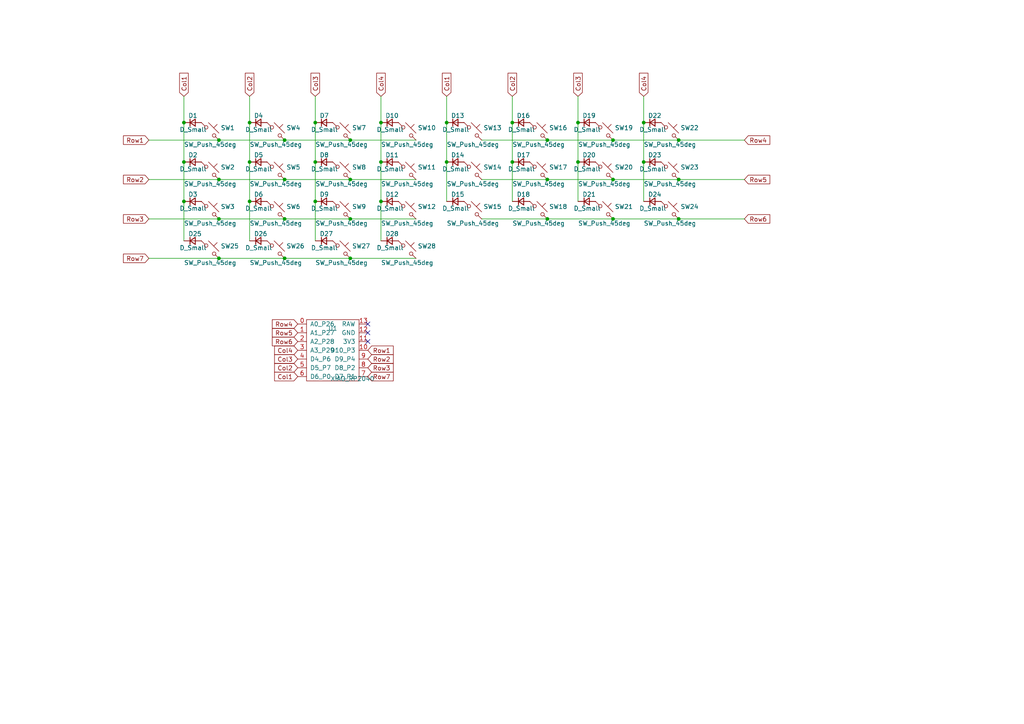
<source format=kicad_sch>
(kicad_sch (version 20230121) (generator eeschema)

  (uuid 4830ce5a-8eb4-4310-b482-c2c1fe1e0922)

  (paper "A4")

  (lib_symbols
    (symbol "ADeL_kbd:XIAO_RP2040" (pin_names (offset 1.016)) (in_bom yes) (on_board yes)
      (property "Reference" "U" (at 0 -1.27 0)
        (effects (font (size 1.27 1.27)))
      )
      (property "Value" "XIAO_RP2040" (at 5.715 -15.875 0)
        (effects (font (size 1.27 1.27)))
      )
      (property "Footprint" "" (at 0 -1.27 0)
        (effects (font (size 1.27 1.27)) hide)
      )
      (property "Datasheet" "" (at 0 -1.27 0)
        (effects (font (size 1.27 1.27)) hide)
      )
      (symbol "XIAO_RP2040_0_0"
        (pin bidirectional line (at 10.16 -7.62 180) (length 2.54)
          (name "D10_P3" (effects (font (size 1.27 1.27))))
          (number "10" (effects (font (size 1.27 1.27))))
        )
        (pin power_out line (at 10.16 -5.08 180) (length 2.54)
          (name "3V3" (effects (font (size 1.27 1.27))))
          (number "11" (effects (font (size 1.27 1.27))))
        )
        (pin power_out line (at 10.16 -2.54 180) (length 2.54)
          (name "GND" (effects (font (size 1.27 1.27))))
          (number "12" (effects (font (size 1.27 1.27))))
        )
        (pin power_out line (at 10.16 0 180) (length 2.54)
          (name "RAW" (effects (font (size 1.27 1.27))))
          (number "13" (effects (font (size 1.27 1.27))))
        )
        (pin bidirectional line (at -10.16 -5.08 0) (length 2.54)
          (name "A2_P28" (effects (font (size 1.27 1.27))))
          (number "2" (effects (font (size 1.27 1.27))))
        )
        (pin bidirectional line (at -10.16 -7.62 0) (length 2.54)
          (name "A3_P29" (effects (font (size 1.27 1.27))))
          (number "3" (effects (font (size 1.27 1.27))))
        )
        (pin bidirectional line (at -10.16 -10.16 0) (length 2.54)
          (name "D4_P6" (effects (font (size 1.27 1.27))))
          (number "4" (effects (font (size 1.27 1.27))))
        )
        (pin bidirectional line (at -10.16 -12.7 0) (length 2.54)
          (name "D5_P7" (effects (font (size 1.27 1.27))))
          (number "5" (effects (font (size 1.27 1.27))))
        )
        (pin bidirectional line (at 10.16 -15.24 180) (length 2.54)
          (name "D7_P1" (effects (font (size 1.27 1.27))))
          (number "7" (effects (font (size 1.27 1.27))))
        )
        (pin bidirectional line (at 10.16 -12.7 180) (length 2.54)
          (name "D8_P2" (effects (font (size 1.27 1.27))))
          (number "8" (effects (font (size 1.27 1.27))))
        )
        (pin bidirectional line (at 10.16 -10.16 180) (length 2.54)
          (name "D9_P4" (effects (font (size 1.27 1.27))))
          (number "9" (effects (font (size 1.27 1.27))))
        )
      )
      (symbol "XIAO_RP2040_0_1"
        (rectangle (start -7.62 1.27) (end 7.62 -16.51)
          (stroke (width 0) (type default))
          (fill (type none))
        )
      )
      (symbol "XIAO_RP2040_1_1"
        (pin bidirectional line (at -10.16 0 0) (length 2.54)
          (name "A0_P26" (effects (font (size 1.27 1.27))))
          (number "0" (effects (font (size 1.27 1.27))))
        )
        (pin bidirectional line (at -10.16 -2.54 0) (length 2.54)
          (name "A1_P27" (effects (font (size 1.27 1.27))))
          (number "1" (effects (font (size 1.27 1.27))))
        )
        (pin bidirectional line (at -10.16 -15.24 0) (length 2.54)
          (name "D6_P0" (effects (font (size 1.27 1.27))))
          (number "6" (effects (font (size 1.27 1.27))))
        )
      )
    )
    (symbol "Device:D_Small" (pin_numbers hide) (pin_names (offset 0.254) hide) (in_bom yes) (on_board yes)
      (property "Reference" "D" (at -1.27 2.032 0)
        (effects (font (size 1.27 1.27)) (justify left))
      )
      (property "Value" "D_Small" (at -3.81 -2.032 0)
        (effects (font (size 1.27 1.27)) (justify left))
      )
      (property "Footprint" "" (at 0 0 90)
        (effects (font (size 1.27 1.27)) hide)
      )
      (property "Datasheet" "~" (at 0 0 90)
        (effects (font (size 1.27 1.27)) hide)
      )
      (property "Sim.Device" "D" (at 0 0 0)
        (effects (font (size 1.27 1.27)) hide)
      )
      (property "Sim.Pins" "1=K 2=A" (at 0 0 0)
        (effects (font (size 1.27 1.27)) hide)
      )
      (property "ki_keywords" "diode" (at 0 0 0)
        (effects (font (size 1.27 1.27)) hide)
      )
      (property "ki_description" "Diode, small symbol" (at 0 0 0)
        (effects (font (size 1.27 1.27)) hide)
      )
      (property "ki_fp_filters" "TO-???* *_Diode_* *SingleDiode* D_*" (at 0 0 0)
        (effects (font (size 1.27 1.27)) hide)
      )
      (symbol "D_Small_0_1"
        (polyline
          (pts
            (xy -0.762 -1.016)
            (xy -0.762 1.016)
          )
          (stroke (width 0.254) (type default))
          (fill (type none))
        )
        (polyline
          (pts
            (xy -0.762 0)
            (xy 0.762 0)
          )
          (stroke (width 0) (type default))
          (fill (type none))
        )
        (polyline
          (pts
            (xy 0.762 -1.016)
            (xy -0.762 0)
            (xy 0.762 1.016)
            (xy 0.762 -1.016)
          )
          (stroke (width 0.254) (type default))
          (fill (type none))
        )
      )
      (symbol "D_Small_1_1"
        (pin passive line (at -2.54 0 0) (length 1.778)
          (name "K" (effects (font (size 1.27 1.27))))
          (number "1" (effects (font (size 1.27 1.27))))
        )
        (pin passive line (at 2.54 0 180) (length 1.778)
          (name "A" (effects (font (size 1.27 1.27))))
          (number "2" (effects (font (size 1.27 1.27))))
        )
      )
    )
    (symbol "Switch:SW_Push_45deg" (pin_numbers hide) (pin_names (offset 1.016) hide) (in_bom yes) (on_board yes)
      (property "Reference" "SW" (at 3.048 1.016 0)
        (effects (font (size 1.27 1.27)) (justify left))
      )
      (property "Value" "SW_Push_45deg" (at 0 -3.81 0)
        (effects (font (size 1.27 1.27)))
      )
      (property "Footprint" "" (at 0 0 0)
        (effects (font (size 1.27 1.27)) hide)
      )
      (property "Datasheet" "~" (at 0 0 0)
        (effects (font (size 1.27 1.27)) hide)
      )
      (property "ki_keywords" "switch normally-open pushbutton push-button" (at 0 0 0)
        (effects (font (size 1.27 1.27)) hide)
      )
      (property "ki_description" "Push button switch, normally open, two pins, 45° tilted" (at 0 0 0)
        (effects (font (size 1.27 1.27)) hide)
      )
      (symbol "SW_Push_45deg_0_1"
        (circle (center -1.1684 1.1684) (radius 0.508)
          (stroke (width 0) (type default))
          (fill (type none))
        )
        (polyline
          (pts
            (xy -0.508 2.54)
            (xy 2.54 -0.508)
          )
          (stroke (width 0) (type default))
          (fill (type none))
        )
        (polyline
          (pts
            (xy 1.016 1.016)
            (xy 2.032 2.032)
          )
          (stroke (width 0) (type default))
          (fill (type none))
        )
        (polyline
          (pts
            (xy -2.54 2.54)
            (xy -1.524 1.524)
            (xy -1.524 1.524)
          )
          (stroke (width 0) (type default))
          (fill (type none))
        )
        (polyline
          (pts
            (xy 1.524 -1.524)
            (xy 2.54 -2.54)
            (xy 2.54 -2.54)
            (xy 2.54 -2.54)
          )
          (stroke (width 0) (type default))
          (fill (type none))
        )
        (circle (center 1.143 -1.1938) (radius 0.508)
          (stroke (width 0) (type default))
          (fill (type none))
        )
        (pin passive line (at -2.54 2.54 0) (length 0)
          (name "1" (effects (font (size 1.27 1.27))))
          (number "1" (effects (font (size 1.27 1.27))))
        )
        (pin passive line (at 2.54 -2.54 180) (length 0)
          (name "2" (effects (font (size 1.27 1.27))))
          (number "2" (effects (font (size 1.27 1.27))))
        )
      )
    )
  )

  (junction (at 158.75 52.07) (diameter 0) (color 0 0 0 0)
    (uuid 045c28f1-9d0c-4d9d-9fc6-c9c2cc12d9c3)
  )
  (junction (at 53.34 46.99) (diameter 0) (color 0 0 0 0)
    (uuid 0aa11eb6-8bac-4bfd-9f26-98a5c4962bb7)
  )
  (junction (at 63.5 40.64) (diameter 0) (color 0 0 0 0)
    (uuid 18c5b9a0-fc7a-49d5-b565-5e40c451af99)
  )
  (junction (at 63.5 63.5) (diameter 0) (color 0 0 0 0)
    (uuid 18f721e0-6a15-45f3-8c8a-c5250e9b0c4b)
  )
  (junction (at 91.44 46.99) (diameter 0) (color 0 0 0 0)
    (uuid 197ccc09-b897-4f3e-bea4-a573da5fb2de)
  )
  (junction (at 72.39 46.99) (diameter 0) (color 0 0 0 0)
    (uuid 1dbd9d7a-304f-4807-9c9e-4f707846ed4e)
  )
  (junction (at 148.59 35.56) (diameter 0) (color 0 0 0 0)
    (uuid 2658cb76-d2c1-4d1c-9635-a4d87df54a88)
  )
  (junction (at 53.34 58.42) (diameter 0) (color 0 0 0 0)
    (uuid 2707a14e-1604-4ae7-a156-438012a00a95)
  )
  (junction (at 196.85 52.07) (diameter 0) (color 0 0 0 0)
    (uuid 2b5624b4-fb1d-45d6-9844-f70cd0f8c0e4)
  )
  (junction (at 82.55 63.5) (diameter 0) (color 0 0 0 0)
    (uuid 2f712e6f-bb7f-452f-a667-e685bff9e6bf)
  )
  (junction (at 72.39 58.42) (diameter 0) (color 0 0 0 0)
    (uuid 318dd281-296b-43bc-b4d0-a53f717a9aa1)
  )
  (junction (at 91.44 35.56) (diameter 0) (color 0 0 0 0)
    (uuid 3325643d-e285-425f-a8dd-9f3c991698b4)
  )
  (junction (at 63.5 74.93) (diameter 0) (color 0 0 0 0)
    (uuid 3d4966e8-69ef-476d-a63d-3e86fdd2998d)
  )
  (junction (at 110.49 46.99) (diameter 0) (color 0 0 0 0)
    (uuid 46bc2fee-68f2-47f6-b0d7-55d67d8a5ab4)
  )
  (junction (at 110.49 35.56) (diameter 0) (color 0 0 0 0)
    (uuid 483ef514-2f98-4137-b62c-7af06b83d205)
  )
  (junction (at 158.75 40.64) (diameter 0) (color 0 0 0 0)
    (uuid 4b38946e-5cfd-442e-9921-18518029e421)
  )
  (junction (at 148.59 46.99) (diameter 0) (color 0 0 0 0)
    (uuid 50b55940-12f1-4206-8214-71d98a50c9eb)
  )
  (junction (at 82.55 52.07) (diameter 0) (color 0 0 0 0)
    (uuid 57b07d3c-3610-46f9-ad67-7a37564c9bb7)
  )
  (junction (at 63.5 52.07) (diameter 0) (color 0 0 0 0)
    (uuid 597bfdd1-a6f7-4040-ba5f-6d24cc02ee59)
  )
  (junction (at 101.6 40.64) (diameter 0) (color 0 0 0 0)
    (uuid 613b1600-5aa9-43e9-bd55-036e0bdade7a)
  )
  (junction (at 167.64 46.99) (diameter 0) (color 0 0 0 0)
    (uuid 6371cd9c-dfae-43d9-9445-67da103221d8)
  )
  (junction (at 177.8 40.64) (diameter 0) (color 0 0 0 0)
    (uuid 71e6d827-a566-4a47-a50f-54322593e7ed)
  )
  (junction (at 129.54 35.56) (diameter 0) (color 0 0 0 0)
    (uuid 77ae953e-92a0-4cee-8d7f-3677494be978)
  )
  (junction (at 101.6 63.5) (diameter 0) (color 0 0 0 0)
    (uuid 7cedc7e2-c830-4b39-97bc-ddf069038157)
  )
  (junction (at 158.75 63.5) (diameter 0) (color 0 0 0 0)
    (uuid 819b7be6-7063-4bb4-a8ed-03ed6a7b6a74)
  )
  (junction (at 53.34 35.56) (diameter 0) (color 0 0 0 0)
    (uuid 9816251b-9743-4aa7-808a-7fba09fbd9ad)
  )
  (junction (at 110.49 58.42) (diameter 0) (color 0 0 0 0)
    (uuid 9c2e589f-47f0-41f5-9e71-0ece6b81f308)
  )
  (junction (at 72.39 35.56) (diameter 0) (color 0 0 0 0)
    (uuid a03d1cb2-32d7-4164-9e9d-2f64f8da7810)
  )
  (junction (at 177.8 52.07) (diameter 0) (color 0 0 0 0)
    (uuid a499147b-c5ff-45db-90b3-65ff7f41476b)
  )
  (junction (at 91.44 58.42) (diameter 0) (color 0 0 0 0)
    (uuid aa46c5ab-32e6-412b-8084-6e6c73e080d0)
  )
  (junction (at 82.55 74.93) (diameter 0) (color 0 0 0 0)
    (uuid bd44ef39-b0fd-4026-955a-9fdfd7441323)
  )
  (junction (at 196.85 63.5) (diameter 0) (color 0 0 0 0)
    (uuid c6aa63d9-f271-4df5-952f-df850bcc4851)
  )
  (junction (at 82.55 40.64) (diameter 0) (color 0 0 0 0)
    (uuid cb897dd7-0263-4dfd-99cd-1a3903a1fcca)
  )
  (junction (at 177.8 63.5) (diameter 0) (color 0 0 0 0)
    (uuid d09d475b-97f4-41bf-a4b9-7e1dc3f8d9c2)
  )
  (junction (at 101.6 52.07) (diameter 0) (color 0 0 0 0)
    (uuid d22ce12b-b28b-4b99-a435-9189eb52f325)
  )
  (junction (at 129.54 46.99) (diameter 0) (color 0 0 0 0)
    (uuid e7f82bd6-e03d-491a-b934-fdef2176ffa1)
  )
  (junction (at 186.69 35.56) (diameter 0) (color 0 0 0 0)
    (uuid ea5204fc-26cd-4ebc-a789-ec2c4377bcac)
  )
  (junction (at 186.69 46.99) (diameter 0) (color 0 0 0 0)
    (uuid ed8835e7-346a-4b31-b7b1-bc9a0eb621d4)
  )
  (junction (at 167.64 35.56) (diameter 0) (color 0 0 0 0)
    (uuid ed9f0377-df96-462a-940f-a8525299c450)
  )
  (junction (at 101.6 74.93) (diameter 0) (color 0 0 0 0)
    (uuid f2be0321-1a0d-48b2-a433-22d4c82fe26b)
  )
  (junction (at 196.85 40.64) (diameter 0) (color 0 0 0 0)
    (uuid f612450d-c797-4185-a6d4-27aa45e0188c)
  )

  (no_connect (at 106.68 99.06) (uuid 0a9fd785-21c8-471d-8881-0fed44e5dca2))
  (no_connect (at 106.68 96.52) (uuid 20ae60e8-128c-4412-ac7c-e18ca881508e))
  (no_connect (at 106.68 93.98) (uuid d08a3555-14e6-4b87-9512-0725f59ead88))

  (wire (pts (xy 110.49 46.99) (xy 110.49 58.42))
    (stroke (width 0) (type default))
    (uuid 008c7f1a-0748-41a0-8443-5f1b61c518c7)
  )
  (wire (pts (xy 101.6 63.5) (xy 120.65 63.5))
    (stroke (width 0) (type default))
    (uuid 01ef55b6-e07f-4fdd-8d92-12a300785fb3)
  )
  (wire (pts (xy 82.55 40.64) (xy 101.6 40.64))
    (stroke (width 0) (type default))
    (uuid 05c75ce8-9ad4-4d59-b590-399b349b05f3)
  )
  (wire (pts (xy 91.44 35.56) (xy 91.44 46.99))
    (stroke (width 0) (type default))
    (uuid 0856838b-424e-44d0-b5e4-d7d91af264f3)
  )
  (wire (pts (xy 72.39 46.99) (xy 72.39 58.42))
    (stroke (width 0) (type default))
    (uuid 19a1cd07-ea7a-4ec0-96e3-b655e5056a19)
  )
  (wire (pts (xy 53.34 27.94) (xy 53.34 35.56))
    (stroke (width 0) (type default))
    (uuid 1eb4d3b7-76f7-4472-9327-3da6bbdc3d9c)
  )
  (wire (pts (xy 43.18 40.64) (xy 63.5 40.64))
    (stroke (width 0) (type default))
    (uuid 21951356-5990-4bec-9185-a9e4c4cb23cb)
  )
  (wire (pts (xy 110.49 58.42) (xy 110.49 69.85))
    (stroke (width 0) (type default))
    (uuid 233cca40-8f7f-41f6-b37b-252ce9c5a0d8)
  )
  (wire (pts (xy 167.64 46.99) (xy 167.64 58.42))
    (stroke (width 0) (type default))
    (uuid 23440b5f-6c3b-4c03-a253-51b2405c06f8)
  )
  (wire (pts (xy 43.18 74.93) (xy 63.5 74.93))
    (stroke (width 0) (type default))
    (uuid 26451f1e-ebbc-482c-901e-404a15609786)
  )
  (wire (pts (xy 139.7 52.07) (xy 158.75 52.07))
    (stroke (width 0) (type default))
    (uuid 28ab3505-49a8-48a2-85ad-1607728e0404)
  )
  (wire (pts (xy 177.8 40.64) (xy 196.85 40.64))
    (stroke (width 0) (type default))
    (uuid 2bd12a0d-45aa-4a82-9487-59938b324961)
  )
  (wire (pts (xy 72.39 35.56) (xy 72.39 46.99))
    (stroke (width 0) (type default))
    (uuid 2ddb30e0-4179-4c00-b3e8-2d42a9a2836b)
  )
  (wire (pts (xy 91.44 46.99) (xy 91.44 58.42))
    (stroke (width 0) (type default))
    (uuid 321c9193-0c0f-474a-a9b8-d7cd1c892015)
  )
  (wire (pts (xy 186.69 27.94) (xy 186.69 35.56))
    (stroke (width 0) (type default))
    (uuid 333121b6-3838-4571-a446-9e17f08340a9)
  )
  (wire (pts (xy 72.39 58.42) (xy 72.39 69.85))
    (stroke (width 0) (type default))
    (uuid 3692a2c3-b991-47dd-b9f0-74e357344d7c)
  )
  (wire (pts (xy 129.54 35.56) (xy 129.54 46.99))
    (stroke (width 0) (type default))
    (uuid 3dacdff7-974a-458f-ba11-829ced8e71dc)
  )
  (wire (pts (xy 63.5 40.64) (xy 82.55 40.64))
    (stroke (width 0) (type default))
    (uuid 40b7bf6d-8222-4b93-bb5f-291996709de0)
  )
  (wire (pts (xy 167.64 35.56) (xy 167.64 46.99))
    (stroke (width 0) (type default))
    (uuid 44b6f4bb-5acf-4df9-82b1-150b809084f7)
  )
  (wire (pts (xy 186.69 46.99) (xy 186.69 58.42))
    (stroke (width 0) (type default))
    (uuid 456f7b9d-ce08-474a-921a-21ac83393cf7)
  )
  (wire (pts (xy 91.44 27.94) (xy 91.44 35.56))
    (stroke (width 0) (type default))
    (uuid 47c52d96-2b4e-4b34-94e8-1668c5c56c9b)
  )
  (wire (pts (xy 82.55 74.93) (xy 101.6 74.93))
    (stroke (width 0) (type default))
    (uuid 4902d2b2-fb3a-4566-89bf-9d7b881d2228)
  )
  (wire (pts (xy 82.55 52.07) (xy 101.6 52.07))
    (stroke (width 0) (type default))
    (uuid 49890e4f-f49e-482a-a22b-bffbea829ea0)
  )
  (wire (pts (xy 101.6 40.64) (xy 120.65 40.64))
    (stroke (width 0) (type default))
    (uuid 4a70036a-f73e-45e4-9f51-00cba90c4258)
  )
  (wire (pts (xy 177.8 63.5) (xy 196.85 63.5))
    (stroke (width 0) (type default))
    (uuid 5613120f-fecf-4e17-adec-7913d4c1b9bb)
  )
  (wire (pts (xy 139.7 40.64) (xy 158.75 40.64))
    (stroke (width 0) (type default))
    (uuid 575bd887-1ac9-405b-98af-2ab0a68faf1a)
  )
  (wire (pts (xy 101.6 74.93) (xy 120.65 74.93))
    (stroke (width 0) (type default))
    (uuid 5f3e8172-a471-4539-9c0a-308a2425cfdc)
  )
  (wire (pts (xy 63.5 52.07) (xy 82.55 52.07))
    (stroke (width 0) (type default))
    (uuid 63035cbb-8e44-45aa-a311-a70e941ffbe7)
  )
  (wire (pts (xy 158.75 52.07) (xy 177.8 52.07))
    (stroke (width 0) (type default))
    (uuid 6425b852-85c2-4396-bd90-4ae03fe3fc0d)
  )
  (wire (pts (xy 53.34 46.99) (xy 53.34 58.42))
    (stroke (width 0) (type default))
    (uuid 67d4bb6b-dbec-4804-bf13-4ef665e93ac6)
  )
  (wire (pts (xy 129.54 27.94) (xy 129.54 35.56))
    (stroke (width 0) (type default))
    (uuid 689f99a3-73e6-4816-a751-b1131572bdfc)
  )
  (wire (pts (xy 186.69 35.56) (xy 186.69 46.99))
    (stroke (width 0) (type default))
    (uuid 6ab6d6eb-e1f4-4d30-b5fa-9ae1aace345f)
  )
  (wire (pts (xy 43.18 52.07) (xy 63.5 52.07))
    (stroke (width 0) (type default))
    (uuid 74da7119-2a6f-4e10-8f48-4cadb4baa77c)
  )
  (wire (pts (xy 139.7 63.5) (xy 158.75 63.5))
    (stroke (width 0) (type default))
    (uuid 76cd3f8c-80a2-4f95-9578-822455f50465)
  )
  (wire (pts (xy 148.59 35.56) (xy 148.59 46.99))
    (stroke (width 0) (type default))
    (uuid 79f7a860-13d5-498c-8bac-07bd929467c7)
  )
  (wire (pts (xy 196.85 40.64) (xy 215.9 40.64))
    (stroke (width 0) (type default))
    (uuid 7fc97a95-e20f-4db6-9173-998d9139863a)
  )
  (wire (pts (xy 82.55 63.5) (xy 101.6 63.5))
    (stroke (width 0) (type default))
    (uuid 8ff82170-7e65-4bf9-ab30-62cd0361d470)
  )
  (wire (pts (xy 158.75 63.5) (xy 177.8 63.5))
    (stroke (width 0) (type default))
    (uuid 90d6a40a-db18-43c9-ad51-b6a8517808bf)
  )
  (wire (pts (xy 110.49 35.56) (xy 110.49 46.99))
    (stroke (width 0) (type default))
    (uuid 921140e5-1d13-41b6-9fe9-4dc437e051d1)
  )
  (wire (pts (xy 53.34 35.56) (xy 53.34 46.99))
    (stroke (width 0) (type default))
    (uuid 92a32dee-0e1a-4363-83f0-58a2034910fa)
  )
  (wire (pts (xy 63.5 74.93) (xy 82.55 74.93))
    (stroke (width 0) (type default))
    (uuid 97415cab-390a-46f2-8386-f0b002b24029)
  )
  (wire (pts (xy 167.64 27.94) (xy 167.64 35.56))
    (stroke (width 0) (type default))
    (uuid 9bcc135f-9140-42d8-95d9-17ff0cc5dd93)
  )
  (wire (pts (xy 158.75 40.64) (xy 177.8 40.64))
    (stroke (width 0) (type default))
    (uuid 9d6cbd1d-e550-4b13-abdb-72d2f4713857)
  )
  (wire (pts (xy 148.59 46.99) (xy 148.59 58.42))
    (stroke (width 0) (type default))
    (uuid aa5e957b-14fb-4084-8e70-10703f78b172)
  )
  (wire (pts (xy 101.6 52.07) (xy 120.65 52.07))
    (stroke (width 0) (type default))
    (uuid af571766-c618-415b-af1b-604dc0a1cf53)
  )
  (wire (pts (xy 72.39 27.94) (xy 72.39 35.56))
    (stroke (width 0) (type default))
    (uuid b43e74db-d2bf-4e40-8db2-b0e542f5915c)
  )
  (wire (pts (xy 196.85 63.5) (xy 215.9 63.5))
    (stroke (width 0) (type default))
    (uuid b6afe345-04c6-4726-9216-70f85d1ef7f5)
  )
  (wire (pts (xy 91.44 58.42) (xy 91.44 69.85))
    (stroke (width 0) (type default))
    (uuid c11fecc5-5d92-492a-a512-870b22ba2d96)
  )
  (wire (pts (xy 177.8 52.07) (xy 196.85 52.07))
    (stroke (width 0) (type default))
    (uuid d196d351-541b-4d57-b10f-997789003698)
  )
  (wire (pts (xy 196.85 52.07) (xy 215.9 52.07))
    (stroke (width 0) (type default))
    (uuid d3cb82f0-3702-4320-83da-50351448d3a7)
  )
  (wire (pts (xy 43.18 63.5) (xy 63.5 63.5))
    (stroke (width 0) (type default))
    (uuid d420ef82-0197-4c62-b80a-9d44803e25f0)
  )
  (wire (pts (xy 148.59 27.94) (xy 148.59 35.56))
    (stroke (width 0) (type default))
    (uuid d92717ed-be57-4705-9ead-acdc2ac2018c)
  )
  (wire (pts (xy 110.49 27.94) (xy 110.49 35.56))
    (stroke (width 0) (type default))
    (uuid d9daf066-ca52-438d-b5fb-2c2693d80d71)
  )
  (wire (pts (xy 63.5 63.5) (xy 82.55 63.5))
    (stroke (width 0) (type default))
    (uuid e70620e4-4119-4a52-889a-d84f2bf3dec8)
  )
  (wire (pts (xy 53.34 58.42) (xy 53.34 69.85))
    (stroke (width 0) (type default))
    (uuid eb064230-ec93-4782-9e4b-01b6769bc9f2)
  )
  (wire (pts (xy 129.54 46.99) (xy 129.54 58.42))
    (stroke (width 0) (type default))
    (uuid f95ee8ee-6ea5-4af5-a4d4-78e5758e09de)
  )

  (global_label "Row3" (shape input) (at 106.68 106.68 0) (fields_autoplaced)
    (effects (font (size 1.27 1.27)) (justify left))
    (uuid 02bf7764-9ace-4853-a7b3-59ef4539ce44)
    (property "Intersheetrefs" "${INTERSHEET_REFS}" (at 114.5448 106.68 0)
      (effects (font (size 1.27 1.27)) (justify left) hide)
    )
  )
  (global_label "Row2" (shape input) (at 106.68 104.14 0) (fields_autoplaced)
    (effects (font (size 1.27 1.27)) (justify left))
    (uuid 12a89521-9527-4cac-9a22-abc7ac48d49a)
    (property "Intersheetrefs" "${INTERSHEET_REFS}" (at 114.5448 104.14 0)
      (effects (font (size 1.27 1.27)) (justify left) hide)
    )
  )
  (global_label "Row4" (shape input) (at 86.36 93.98 180) (fields_autoplaced)
    (effects (font (size 1.27 1.27)) (justify right))
    (uuid 13a1f711-9f58-468c-9be7-186b3cd94aa0)
    (property "Intersheetrefs" "${INTERSHEET_REFS}" (at 78.4952 93.98 0)
      (effects (font (size 1.27 1.27)) (justify right) hide)
    )
  )
  (global_label "Col3" (shape input) (at 91.44 27.94 90) (fields_autoplaced)
    (effects (font (size 1.27 1.27)) (justify left))
    (uuid 17693610-5b34-48b5-9d67-67f959bc08bf)
    (property "Intersheetrefs" "${INTERSHEET_REFS}" (at 91.44 20.7405 90)
      (effects (font (size 1.27 1.27)) (justify left) hide)
    )
  )
  (global_label "Row2" (shape input) (at 43.18 52.07 180) (fields_autoplaced)
    (effects (font (size 1.27 1.27)) (justify right))
    (uuid 189d765e-f9ba-481b-ae94-00c89605e2b7)
    (property "Intersheetrefs" "${INTERSHEET_REFS}" (at 35.3152 52.07 0)
      (effects (font (size 1.27 1.27)) (justify right) hide)
    )
  )
  (global_label "Row4" (shape input) (at 215.9 40.64 0) (fields_autoplaced)
    (effects (font (size 1.27 1.27)) (justify left))
    (uuid 23d5823e-3d33-4ee1-8dce-1db6ef0108a4)
    (property "Intersheetrefs" "${INTERSHEET_REFS}" (at 223.7648 40.64 0)
      (effects (font (size 1.27 1.27)) (justify left) hide)
    )
  )
  (global_label "Row5" (shape input) (at 86.36 96.52 180) (fields_autoplaced)
    (effects (font (size 1.27 1.27)) (justify right))
    (uuid 2a186ccc-1e9f-4f11-97f8-411e09704a2b)
    (property "Intersheetrefs" "${INTERSHEET_REFS}" (at 78.4952 96.52 0)
      (effects (font (size 1.27 1.27)) (justify right) hide)
    )
  )
  (global_label "Row7" (shape input) (at 106.68 109.22 0) (fields_autoplaced)
    (effects (font (size 1.27 1.27)) (justify left))
    (uuid 358ea1a7-a79e-4d65-bf9b-49a39c3d71d4)
    (property "Intersheetrefs" "${INTERSHEET_REFS}" (at 114.5448 109.22 0)
      (effects (font (size 1.27 1.27)) (justify left) hide)
    )
  )
  (global_label "Col2" (shape input) (at 72.39 27.94 90) (fields_autoplaced)
    (effects (font (size 1.27 1.27)) (justify left))
    (uuid 3b3a3983-06f3-4450-bdc3-7f38dee03ab5)
    (property "Intersheetrefs" "${INTERSHEET_REFS}" (at 72.39 20.7405 90)
      (effects (font (size 1.27 1.27)) (justify left) hide)
    )
  )
  (global_label "Col2" (shape input) (at 86.36 106.68 180) (fields_autoplaced)
    (effects (font (size 1.27 1.27)) (justify right))
    (uuid 3bd4ed07-fe1e-4764-b63f-057c8ea18359)
    (property "Intersheetrefs" "${INTERSHEET_REFS}" (at 79.1605 106.68 0)
      (effects (font (size 1.27 1.27)) (justify right) hide)
    )
  )
  (global_label "Col4" (shape input) (at 186.69 27.94 90) (fields_autoplaced)
    (effects (font (size 1.27 1.27)) (justify left))
    (uuid 4260f558-f476-45f2-90e2-cc1147411a26)
    (property "Intersheetrefs" "${INTERSHEET_REFS}" (at 186.69 20.7405 90)
      (effects (font (size 1.27 1.27)) (justify left) hide)
    )
  )
  (global_label "Col4" (shape input) (at 86.36 101.6 180) (fields_autoplaced)
    (effects (font (size 1.27 1.27)) (justify right))
    (uuid 45a85d77-0381-41d0-bf8e-caffbde21f0e)
    (property "Intersheetrefs" "${INTERSHEET_REFS}" (at 79.1605 101.6 0)
      (effects (font (size 1.27 1.27)) (justify right) hide)
    )
  )
  (global_label "Row5" (shape input) (at 215.9 52.07 0) (fields_autoplaced)
    (effects (font (size 1.27 1.27)) (justify left))
    (uuid 6224c01b-95ad-4599-898f-213138db873a)
    (property "Intersheetrefs" "${INTERSHEET_REFS}" (at 223.7648 52.07 0)
      (effects (font (size 1.27 1.27)) (justify left) hide)
    )
  )
  (global_label "Col1" (shape input) (at 53.34 27.94 90) (fields_autoplaced)
    (effects (font (size 1.27 1.27)) (justify left))
    (uuid 637c22b8-0494-4200-91ba-51b6a65cb2da)
    (property "Intersheetrefs" "${INTERSHEET_REFS}" (at 53.34 20.7405 90)
      (effects (font (size 1.27 1.27)) (justify left) hide)
    )
  )
  (global_label "Col3" (shape input) (at 86.36 104.14 180) (fields_autoplaced)
    (effects (font (size 1.27 1.27)) (justify right))
    (uuid 7ae7ec43-5e58-4099-b45e-ab60651ac437)
    (property "Intersheetrefs" "${INTERSHEET_REFS}" (at 79.1605 104.14 0)
      (effects (font (size 1.27 1.27)) (justify right) hide)
    )
  )
  (global_label "Row6" (shape input) (at 86.36 99.06 180) (fields_autoplaced)
    (effects (font (size 1.27 1.27)) (justify right))
    (uuid 88b97791-af7c-4fb7-961f-00d9e75aa0c7)
    (property "Intersheetrefs" "${INTERSHEET_REFS}" (at 78.4952 99.06 0)
      (effects (font (size 1.27 1.27)) (justify right) hide)
    )
  )
  (global_label "Row1" (shape input) (at 43.18 40.64 180) (fields_autoplaced)
    (effects (font (size 1.27 1.27)) (justify right))
    (uuid 890471d9-ed0c-4f30-b9fa-55bcaa134a3c)
    (property "Intersheetrefs" "${INTERSHEET_REFS}" (at 35.3152 40.64 0)
      (effects (font (size 1.27 1.27)) (justify right) hide)
    )
  )
  (global_label "Row6" (shape input) (at 215.9 63.5 0) (fields_autoplaced)
    (effects (font (size 1.27 1.27)) (justify left))
    (uuid 962c34e8-1b4d-46dc-8fb4-f11dc4d80ab6)
    (property "Intersheetrefs" "${INTERSHEET_REFS}" (at 223.7648 63.5 0)
      (effects (font (size 1.27 1.27)) (justify left) hide)
    )
  )
  (global_label "Row7" (shape input) (at 43.18 74.93 180) (fields_autoplaced)
    (effects (font (size 1.27 1.27)) (justify right))
    (uuid a523ff4a-9815-4ba6-8e4c-0aab0372acea)
    (property "Intersheetrefs" "${INTERSHEET_REFS}" (at 35.3152 74.93 0)
      (effects (font (size 1.27 1.27)) (justify right) hide)
    )
  )
  (global_label "Col1" (shape input) (at 86.36 109.22 180) (fields_autoplaced)
    (effects (font (size 1.27 1.27)) (justify right))
    (uuid a58e8477-8c16-4a95-95f6-e69418b3d037)
    (property "Intersheetrefs" "${INTERSHEET_REFS}" (at 79.1605 109.22 0)
      (effects (font (size 1.27 1.27)) (justify right) hide)
    )
  )
  (global_label "Row3" (shape input) (at 43.18 63.5 180) (fields_autoplaced)
    (effects (font (size 1.27 1.27)) (justify right))
    (uuid b86bee09-04ad-4c39-91e7-5da1a72a05db)
    (property "Intersheetrefs" "${INTERSHEET_REFS}" (at 35.3152 63.5 0)
      (effects (font (size 1.27 1.27)) (justify right) hide)
    )
  )
  (global_label "Col3" (shape input) (at 167.64 27.94 90) (fields_autoplaced)
    (effects (font (size 1.27 1.27)) (justify left))
    (uuid c6a19479-0193-4a38-9758-9852233db9e6)
    (property "Intersheetrefs" "${INTERSHEET_REFS}" (at 167.64 20.7405 90)
      (effects (font (size 1.27 1.27)) (justify left) hide)
    )
  )
  (global_label "Col1" (shape input) (at 129.54 27.94 90) (fields_autoplaced)
    (effects (font (size 1.27 1.27)) (justify left))
    (uuid d63b69e8-99e5-44a0-b315-69d95fb67765)
    (property "Intersheetrefs" "${INTERSHEET_REFS}" (at 129.54 20.7405 90)
      (effects (font (size 1.27 1.27)) (justify left) hide)
    )
  )
  (global_label "Col2" (shape input) (at 148.59 27.94 90) (fields_autoplaced)
    (effects (font (size 1.27 1.27)) (justify left))
    (uuid db39f4d7-9e65-468e-8ea5-a800811aa04b)
    (property "Intersheetrefs" "${INTERSHEET_REFS}" (at 148.59 20.7405 90)
      (effects (font (size 1.27 1.27)) (justify left) hide)
    )
  )
  (global_label "Col4" (shape input) (at 110.49 27.94 90) (fields_autoplaced)
    (effects (font (size 1.27 1.27)) (justify left))
    (uuid e569fbb7-30a1-4ce1-aca3-6e92c2c0ec6e)
    (property "Intersheetrefs" "${INTERSHEET_REFS}" (at 110.49 20.7405 90)
      (effects (font (size 1.27 1.27)) (justify left) hide)
    )
  )
  (global_label "Row1" (shape input) (at 106.68 101.6 0) (fields_autoplaced)
    (effects (font (size 1.27 1.27)) (justify left))
    (uuid ee295836-3ae2-42e0-9edd-2d8ccaa3408a)
    (property "Intersheetrefs" "${INTERSHEET_REFS}" (at 114.5448 101.6 0)
      (effects (font (size 1.27 1.27)) (justify left) hide)
    )
  )

  (symbol (lib_id "Switch:SW_Push_45deg") (at 194.31 38.1 0) (unit 1)
    (in_bom yes) (on_board yes) (dnp no)
    (uuid 0419aa6e-7bb3-416e-85ee-ef328f583a6d)
    (property "Reference" "SW22" (at 197.358 37.084 0)
      (effects (font (size 1.27 1.27)) (justify left))
    )
    (property "Value" "SW_Push_45deg" (at 194.31 41.91 0)
      (effects (font (size 1.27 1.27)))
    )
    (property "Footprint" "SMKJP:SW_Cherry_MX1A_1.00u_PCB" (at 194.31 38.1 0)
      (effects (font (size 1.27 1.27)) hide)
    )
    (property "Datasheet" "~" (at 194.31 38.1 0)
      (effects (font (size 1.27 1.27)) hide)
    )
    (pin "1" (uuid 9f7c1f23-e3b5-4050-b8f1-8bdd1adb1414))
    (pin "2" (uuid 09525942-677c-4385-a981-d70ca8027a1e))
    (instances
      (project "AdventBoard2023"
        (path "/4830ce5a-8eb4-4310-b482-c2c1fe1e0922"
          (reference "SW22") (unit 1)
        )
      )
    )
  )

  (symbol (lib_id "Device:D_Small") (at 74.93 46.99 0) (unit 1)
    (in_bom yes) (on_board yes) (dnp no)
    (uuid 13dc4353-3dea-48fe-a8bf-890c0f5ba72d)
    (property "Reference" "D5" (at 73.66 44.958 0)
      (effects (font (size 1.27 1.27)) (justify left))
    )
    (property "Value" "D_Small" (at 71.12 49.022 0)
      (effects (font (size 1.27 1.27)) (justify left))
    )
    (property "Footprint" "kbd:D3_SMD" (at 74.93 46.99 90)
      (effects (font (size 1.27 1.27)) hide)
    )
    (property "Datasheet" "~" (at 74.93 46.99 90)
      (effects (font (size 1.27 1.27)) hide)
    )
    (property "Sim.Device" "D" (at 74.93 46.99 0)
      (effects (font (size 1.27 1.27)) hide)
    )
    (property "Sim.Pins" "1=K 2=A" (at 74.93 46.99 0)
      (effects (font (size 1.27 1.27)) hide)
    )
    (pin "1" (uuid 627815e9-5a6c-4c26-b4c5-498395f162a0))
    (pin "2" (uuid 4bf9ec70-87ff-45de-8c04-9b61205b5299))
    (instances
      (project "AdventBoard2023"
        (path "/4830ce5a-8eb4-4310-b482-c2c1fe1e0922"
          (reference "D5") (unit 1)
        )
      )
    )
  )

  (symbol (lib_id "Switch:SW_Push_45deg") (at 60.96 38.1 0) (unit 1)
    (in_bom yes) (on_board yes) (dnp no)
    (uuid 1502edb8-ec94-41b0-8657-07beffeaa96f)
    (property "Reference" "SW1" (at 64.008 37.084 0)
      (effects (font (size 1.27 1.27)) (justify left))
    )
    (property "Value" "SW_Push_45deg" (at 60.96 41.91 0)
      (effects (font (size 1.27 1.27)))
    )
    (property "Footprint" "SMKJP:SW_Cherry_MX1A_1.00u_PCB" (at 60.96 38.1 0)
      (effects (font (size 1.27 1.27)) hide)
    )
    (property "Datasheet" "~" (at 60.96 38.1 0)
      (effects (font (size 1.27 1.27)) hide)
    )
    (pin "1" (uuid 2cb1b0e2-2e9a-4ae3-acbb-6b35f4bd931c))
    (pin "2" (uuid b80846c9-4baa-45ac-8a31-2d023efe7a4e))
    (instances
      (project "AdventBoard2023"
        (path "/4830ce5a-8eb4-4310-b482-c2c1fe1e0922"
          (reference "SW1") (unit 1)
        )
      )
    )
  )

  (symbol (lib_id "Switch:SW_Push_45deg") (at 156.21 60.96 0) (unit 1)
    (in_bom yes) (on_board yes) (dnp no)
    (uuid 1a7a2fdc-9ac0-4dc5-b409-e69a9f21140a)
    (property "Reference" "SW18" (at 159.258 59.944 0)
      (effects (font (size 1.27 1.27)) (justify left))
    )
    (property "Value" "SW_Push_45deg" (at 156.21 64.77 0)
      (effects (font (size 1.27 1.27)))
    )
    (property "Footprint" "SMKJP:SW_Cherry_MX1A_1.00u_PCB" (at 156.21 60.96 0)
      (effects (font (size 1.27 1.27)) hide)
    )
    (property "Datasheet" "~" (at 156.21 60.96 0)
      (effects (font (size 1.27 1.27)) hide)
    )
    (pin "1" (uuid a8cf777e-e353-46cd-a926-81bf7f5ecebe))
    (pin "2" (uuid f27fb2cd-7262-4a38-b71c-57ae85afdec3))
    (instances
      (project "AdventBoard2023"
        (path "/4830ce5a-8eb4-4310-b482-c2c1fe1e0922"
          (reference "SW18") (unit 1)
        )
      )
    )
  )

  (symbol (lib_id "Device:D_Small") (at 132.08 58.42 0) (unit 1)
    (in_bom yes) (on_board yes) (dnp no)
    (uuid 1d97cb80-c8ae-4d95-a674-6bd645a57fe6)
    (property "Reference" "D15" (at 130.81 56.388 0)
      (effects (font (size 1.27 1.27)) (justify left))
    )
    (property "Value" "D_Small" (at 128.27 60.452 0)
      (effects (font (size 1.27 1.27)) (justify left))
    )
    (property "Footprint" "kbd:D3_SMD" (at 132.08 58.42 90)
      (effects (font (size 1.27 1.27)) hide)
    )
    (property "Datasheet" "~" (at 132.08 58.42 90)
      (effects (font (size 1.27 1.27)) hide)
    )
    (property "Sim.Device" "D" (at 132.08 58.42 0)
      (effects (font (size 1.27 1.27)) hide)
    )
    (property "Sim.Pins" "1=K 2=A" (at 132.08 58.42 0)
      (effects (font (size 1.27 1.27)) hide)
    )
    (pin "1" (uuid 09ec8b05-34c0-4342-90d2-2f0d4e46cbb1))
    (pin "2" (uuid 102d2828-09f8-4123-a292-9c4fb6214ac9))
    (instances
      (project "AdventBoard2023"
        (path "/4830ce5a-8eb4-4310-b482-c2c1fe1e0922"
          (reference "D15") (unit 1)
        )
      )
    )
  )

  (symbol (lib_id "Device:D_Small") (at 151.13 46.99 0) (unit 1)
    (in_bom yes) (on_board yes) (dnp no)
    (uuid 1fe53d67-bd31-4898-944a-d21b795157a1)
    (property "Reference" "D17" (at 149.86 44.958 0)
      (effects (font (size 1.27 1.27)) (justify left))
    )
    (property "Value" "D_Small" (at 147.32 49.022 0)
      (effects (font (size 1.27 1.27)) (justify left))
    )
    (property "Footprint" "kbd:D3_SMD" (at 151.13 46.99 90)
      (effects (font (size 1.27 1.27)) hide)
    )
    (property "Datasheet" "~" (at 151.13 46.99 90)
      (effects (font (size 1.27 1.27)) hide)
    )
    (property "Sim.Device" "D" (at 151.13 46.99 0)
      (effects (font (size 1.27 1.27)) hide)
    )
    (property "Sim.Pins" "1=K 2=A" (at 151.13 46.99 0)
      (effects (font (size 1.27 1.27)) hide)
    )
    (pin "1" (uuid adc2c266-65d6-428a-a5c6-001e2d4b2c7b))
    (pin "2" (uuid e01d743a-50dc-46bd-b59b-daa9705f041c))
    (instances
      (project "AdventBoard2023"
        (path "/4830ce5a-8eb4-4310-b482-c2c1fe1e0922"
          (reference "D17") (unit 1)
        )
      )
    )
  )

  (symbol (lib_id "Device:D_Small") (at 151.13 35.56 0) (unit 1)
    (in_bom yes) (on_board yes) (dnp no)
    (uuid 20da37a8-4bbe-489d-8ea0-b5af2f5422b2)
    (property "Reference" "D16" (at 149.86 33.528 0)
      (effects (font (size 1.27 1.27)) (justify left))
    )
    (property "Value" "D_Small" (at 147.32 37.592 0)
      (effects (font (size 1.27 1.27)) (justify left))
    )
    (property "Footprint" "kbd:D3_SMD" (at 151.13 35.56 90)
      (effects (font (size 1.27 1.27)) hide)
    )
    (property "Datasheet" "~" (at 151.13 35.56 90)
      (effects (font (size 1.27 1.27)) hide)
    )
    (property "Sim.Device" "D" (at 151.13 35.56 0)
      (effects (font (size 1.27 1.27)) hide)
    )
    (property "Sim.Pins" "1=K 2=A" (at 151.13 35.56 0)
      (effects (font (size 1.27 1.27)) hide)
    )
    (pin "1" (uuid 04cb517d-be75-42db-9834-689ec215a835))
    (pin "2" (uuid 5097e188-36e9-4219-8a59-51d46fedff2d))
    (instances
      (project "AdventBoard2023"
        (path "/4830ce5a-8eb4-4310-b482-c2c1fe1e0922"
          (reference "D16") (unit 1)
        )
      )
    )
  )

  (symbol (lib_id "Device:D_Small") (at 113.03 35.56 0) (unit 1)
    (in_bom yes) (on_board yes) (dnp no)
    (uuid 28c36ba0-6ad1-48c1-887e-60c5480dd3c4)
    (property "Reference" "D10" (at 111.76 33.528 0)
      (effects (font (size 1.27 1.27)) (justify left))
    )
    (property "Value" "D_Small" (at 109.22 37.592 0)
      (effects (font (size 1.27 1.27)) (justify left))
    )
    (property "Footprint" "kbd:D3_SMD" (at 113.03 35.56 90)
      (effects (font (size 1.27 1.27)) hide)
    )
    (property "Datasheet" "~" (at 113.03 35.56 90)
      (effects (font (size 1.27 1.27)) hide)
    )
    (property "Sim.Device" "D" (at 113.03 35.56 0)
      (effects (font (size 1.27 1.27)) hide)
    )
    (property "Sim.Pins" "1=K 2=A" (at 113.03 35.56 0)
      (effects (font (size 1.27 1.27)) hide)
    )
    (pin "1" (uuid 84e12f87-36ff-49ea-abed-d798b235ad65))
    (pin "2" (uuid b41ad1c2-090b-4650-ba69-22945880f165))
    (instances
      (project "AdventBoard2023"
        (path "/4830ce5a-8eb4-4310-b482-c2c1fe1e0922"
          (reference "D10") (unit 1)
        )
      )
    )
  )

  (symbol (lib_id "Device:D_Small") (at 74.93 69.85 0) (unit 1)
    (in_bom yes) (on_board yes) (dnp no)
    (uuid 2a2a29ae-ac84-48ab-86f5-0c4b0aa9d6d8)
    (property "Reference" "D26" (at 73.66 67.818 0)
      (effects (font (size 1.27 1.27)) (justify left))
    )
    (property "Value" "D_Small" (at 71.12 71.882 0)
      (effects (font (size 1.27 1.27)) (justify left))
    )
    (property "Footprint" "kbd:D3_SMD" (at 74.93 69.85 90)
      (effects (font (size 1.27 1.27)) hide)
    )
    (property "Datasheet" "~" (at 74.93 69.85 90)
      (effects (font (size 1.27 1.27)) hide)
    )
    (property "Sim.Device" "D" (at 74.93 69.85 0)
      (effects (font (size 1.27 1.27)) hide)
    )
    (property "Sim.Pins" "1=K 2=A" (at 74.93 69.85 0)
      (effects (font (size 1.27 1.27)) hide)
    )
    (pin "1" (uuid 76e631fd-341e-4ab6-98e5-4ca77c58a86a))
    (pin "2" (uuid 41dae9ce-e90e-4989-b899-c130a034f521))
    (instances
      (project "AdventBoard2023"
        (path "/4830ce5a-8eb4-4310-b482-c2c1fe1e0922"
          (reference "D26") (unit 1)
        )
      )
    )
  )

  (symbol (lib_id "Switch:SW_Push_45deg") (at 118.11 38.1 0) (unit 1)
    (in_bom yes) (on_board yes) (dnp no)
    (uuid 31d5fdc0-8cf4-45ed-9a2a-c1f7a4c573cb)
    (property "Reference" "SW10" (at 121.158 37.084 0)
      (effects (font (size 1.27 1.27)) (justify left))
    )
    (property "Value" "SW_Push_45deg" (at 118.11 41.91 0)
      (effects (font (size 1.27 1.27)))
    )
    (property "Footprint" "SMKJP:SW_Cherry_MX1A_1.00u_PCB" (at 118.11 38.1 0)
      (effects (font (size 1.27 1.27)) hide)
    )
    (property "Datasheet" "~" (at 118.11 38.1 0)
      (effects (font (size 1.27 1.27)) hide)
    )
    (pin "1" (uuid ae0c1083-0cfd-4906-8ac7-fd0fd0ec9416))
    (pin "2" (uuid 6a664a46-060c-437c-92d3-a616d91cfca0))
    (instances
      (project "AdventBoard2023"
        (path "/4830ce5a-8eb4-4310-b482-c2c1fe1e0922"
          (reference "SW10") (unit 1)
        )
      )
    )
  )

  (symbol (lib_id "Device:D_Small") (at 132.08 46.99 0) (unit 1)
    (in_bom yes) (on_board yes) (dnp no)
    (uuid 3433ff21-fc05-40c2-80a9-1aca84322578)
    (property "Reference" "D14" (at 130.81 44.958 0)
      (effects (font (size 1.27 1.27)) (justify left))
    )
    (property "Value" "D_Small" (at 128.27 49.022 0)
      (effects (font (size 1.27 1.27)) (justify left))
    )
    (property "Footprint" "kbd:D3_SMD" (at 132.08 46.99 90)
      (effects (font (size 1.27 1.27)) hide)
    )
    (property "Datasheet" "~" (at 132.08 46.99 90)
      (effects (font (size 1.27 1.27)) hide)
    )
    (property "Sim.Device" "D" (at 132.08 46.99 0)
      (effects (font (size 1.27 1.27)) hide)
    )
    (property "Sim.Pins" "1=K 2=A" (at 132.08 46.99 0)
      (effects (font (size 1.27 1.27)) hide)
    )
    (pin "1" (uuid 7f1194c5-9d15-478e-858e-62a564a0b2aa))
    (pin "2" (uuid c2eada38-103d-48e5-b17a-411b688720b4))
    (instances
      (project "AdventBoard2023"
        (path "/4830ce5a-8eb4-4310-b482-c2c1fe1e0922"
          (reference "D14") (unit 1)
        )
      )
    )
  )

  (symbol (lib_id "Switch:SW_Push_45deg") (at 60.96 49.53 0) (unit 1)
    (in_bom yes) (on_board yes) (dnp no)
    (uuid 34e9a4cd-316d-40d5-8af4-634647c1d898)
    (property "Reference" "SW2" (at 64.008 48.514 0)
      (effects (font (size 1.27 1.27)) (justify left))
    )
    (property "Value" "SW_Push_45deg" (at 60.96 53.34 0)
      (effects (font (size 1.27 1.27)))
    )
    (property "Footprint" "SMKJP:SW_Cherry_MX1A_1.50u_PCB" (at 60.96 49.53 0)
      (effects (font (size 1.27 1.27)) hide)
    )
    (property "Datasheet" "~" (at 60.96 49.53 0)
      (effects (font (size 1.27 1.27)) hide)
    )
    (pin "1" (uuid c19c70dd-9c7a-4a26-a48e-0d477f4723c6))
    (pin "2" (uuid 46fd0bb8-c33e-46a3-a087-43af2bf3f684))
    (instances
      (project "AdventBoard2023"
        (path "/4830ce5a-8eb4-4310-b482-c2c1fe1e0922"
          (reference "SW2") (unit 1)
        )
      )
    )
  )

  (symbol (lib_id "Switch:SW_Push_45deg") (at 175.26 38.1 0) (unit 1)
    (in_bom yes) (on_board yes) (dnp no)
    (uuid 36bf7523-7078-45b1-a0bc-105047f9d91e)
    (property "Reference" "SW19" (at 178.308 37.084 0)
      (effects (font (size 1.27 1.27)) (justify left))
    )
    (property "Value" "SW_Push_45deg" (at 175.26 41.91 0)
      (effects (font (size 1.27 1.27)))
    )
    (property "Footprint" "SMKJP:SW_Cherry_MX1A_1.00u_PCB" (at 175.26 38.1 0)
      (effects (font (size 1.27 1.27)) hide)
    )
    (property "Datasheet" "~" (at 175.26 38.1 0)
      (effects (font (size 1.27 1.27)) hide)
    )
    (pin "1" (uuid 90082798-5db7-4b94-9f67-0fb02fa49e50))
    (pin "2" (uuid 9cfd7a84-cb3d-4637-8ddf-eec96b5995b4))
    (instances
      (project "AdventBoard2023"
        (path "/4830ce5a-8eb4-4310-b482-c2c1fe1e0922"
          (reference "SW19") (unit 1)
        )
      )
    )
  )

  (symbol (lib_id "Device:D_Small") (at 74.93 58.42 0) (unit 1)
    (in_bom yes) (on_board yes) (dnp no)
    (uuid 37657f0c-67c1-4367-9c6c-675ed3b65dda)
    (property "Reference" "D6" (at 73.66 56.388 0)
      (effects (font (size 1.27 1.27)) (justify left))
    )
    (property "Value" "D_Small" (at 71.12 60.452 0)
      (effects (font (size 1.27 1.27)) (justify left))
    )
    (property "Footprint" "kbd:D3_SMD" (at 74.93 58.42 90)
      (effects (font (size 1.27 1.27)) hide)
    )
    (property "Datasheet" "~" (at 74.93 58.42 90)
      (effects (font (size 1.27 1.27)) hide)
    )
    (property "Sim.Device" "D" (at 74.93 58.42 0)
      (effects (font (size 1.27 1.27)) hide)
    )
    (property "Sim.Pins" "1=K 2=A" (at 74.93 58.42 0)
      (effects (font (size 1.27 1.27)) hide)
    )
    (pin "1" (uuid bcd06b15-8ba7-4ba4-a0a3-58d3f16c7c6a))
    (pin "2" (uuid f28a01bc-3617-4e8d-a7c2-64ddacf3286c))
    (instances
      (project "AdventBoard2023"
        (path "/4830ce5a-8eb4-4310-b482-c2c1fe1e0922"
          (reference "D6") (unit 1)
        )
      )
    )
  )

  (symbol (lib_id "Device:D_Small") (at 170.18 58.42 0) (unit 1)
    (in_bom yes) (on_board yes) (dnp no)
    (uuid 3d7c4fff-bc05-4436-9eb6-7d573c792f93)
    (property "Reference" "D21" (at 168.91 56.388 0)
      (effects (font (size 1.27 1.27)) (justify left))
    )
    (property "Value" "D_Small" (at 166.37 60.452 0)
      (effects (font (size 1.27 1.27)) (justify left))
    )
    (property "Footprint" "kbd:D3_SMD" (at 170.18 58.42 90)
      (effects (font (size 1.27 1.27)) hide)
    )
    (property "Datasheet" "~" (at 170.18 58.42 90)
      (effects (font (size 1.27 1.27)) hide)
    )
    (property "Sim.Device" "D" (at 170.18 58.42 0)
      (effects (font (size 1.27 1.27)) hide)
    )
    (property "Sim.Pins" "1=K 2=A" (at 170.18 58.42 0)
      (effects (font (size 1.27 1.27)) hide)
    )
    (pin "1" (uuid 49d6bef0-7562-492c-8787-22866bbe7b74))
    (pin "2" (uuid 0714a272-9675-4495-b8c4-1001579b5239))
    (instances
      (project "AdventBoard2023"
        (path "/4830ce5a-8eb4-4310-b482-c2c1fe1e0922"
          (reference "D21") (unit 1)
        )
      )
    )
  )

  (symbol (lib_id "Switch:SW_Push_45deg") (at 99.06 60.96 0) (unit 1)
    (in_bom yes) (on_board yes) (dnp no)
    (uuid 43f81938-c951-4506-a47e-e5b827085938)
    (property "Reference" "SW9" (at 102.108 59.944 0)
      (effects (font (size 1.27 1.27)) (justify left))
    )
    (property "Value" "SW_Push_45deg" (at 99.06 64.77 0)
      (effects (font (size 1.27 1.27)))
    )
    (property "Footprint" "SMKJP:SW_Cherry_MX1A_1.00u_PCB" (at 99.06 60.96 0)
      (effects (font (size 1.27 1.27)) hide)
    )
    (property "Datasheet" "~" (at 99.06 60.96 0)
      (effects (font (size 1.27 1.27)) hide)
    )
    (pin "1" (uuid d72e92cf-e811-4ba4-9279-ef0b3810b886))
    (pin "2" (uuid 8d058ffa-8a50-4b09-bfc8-78f5f0f8ce95))
    (instances
      (project "AdventBoard2023"
        (path "/4830ce5a-8eb4-4310-b482-c2c1fe1e0922"
          (reference "SW9") (unit 1)
        )
      )
    )
  )

  (symbol (lib_id "Device:D_Small") (at 93.98 69.85 0) (unit 1)
    (in_bom yes) (on_board yes) (dnp no)
    (uuid 4876ec14-4e15-4a73-9a55-44b75b606884)
    (property "Reference" "D27" (at 92.71 67.818 0)
      (effects (font (size 1.27 1.27)) (justify left))
    )
    (property "Value" "D_Small" (at 90.17 71.882 0)
      (effects (font (size 1.27 1.27)) (justify left))
    )
    (property "Footprint" "kbd:D3_SMD" (at 93.98 69.85 90)
      (effects (font (size 1.27 1.27)) hide)
    )
    (property "Datasheet" "~" (at 93.98 69.85 90)
      (effects (font (size 1.27 1.27)) hide)
    )
    (property "Sim.Device" "D" (at 93.98 69.85 0)
      (effects (font (size 1.27 1.27)) hide)
    )
    (property "Sim.Pins" "1=K 2=A" (at 93.98 69.85 0)
      (effects (font (size 1.27 1.27)) hide)
    )
    (pin "1" (uuid f661a71c-1802-40b3-88b0-6cc31fbcb080))
    (pin "2" (uuid 4bf1b68e-e9c6-48c5-b054-7339d7ddc910))
    (instances
      (project "AdventBoard2023"
        (path "/4830ce5a-8eb4-4310-b482-c2c1fe1e0922"
          (reference "D27") (unit 1)
        )
      )
    )
  )

  (symbol (lib_id "Device:D_Small") (at 113.03 69.85 0) (unit 1)
    (in_bom yes) (on_board yes) (dnp no)
    (uuid 511f942c-ae10-415b-9155-b5f5323c1cc4)
    (property "Reference" "D28" (at 111.76 67.818 0)
      (effects (font (size 1.27 1.27)) (justify left))
    )
    (property "Value" "D_Small" (at 109.22 71.882 0)
      (effects (font (size 1.27 1.27)) (justify left))
    )
    (property "Footprint" "kbd:D3_SMD" (at 113.03 69.85 90)
      (effects (font (size 1.27 1.27)) hide)
    )
    (property "Datasheet" "~" (at 113.03 69.85 90)
      (effects (font (size 1.27 1.27)) hide)
    )
    (property "Sim.Device" "D" (at 113.03 69.85 0)
      (effects (font (size 1.27 1.27)) hide)
    )
    (property "Sim.Pins" "1=K 2=A" (at 113.03 69.85 0)
      (effects (font (size 1.27 1.27)) hide)
    )
    (pin "1" (uuid 0027f950-669c-436b-9526-f40ffc92bfde))
    (pin "2" (uuid edb2f3b7-0afd-47b1-8e39-3f1cb49200dd))
    (instances
      (project "AdventBoard2023"
        (path "/4830ce5a-8eb4-4310-b482-c2c1fe1e0922"
          (reference "D28") (unit 1)
        )
      )
    )
  )

  (symbol (lib_id "Switch:SW_Push_45deg") (at 194.31 60.96 0) (unit 1)
    (in_bom yes) (on_board yes) (dnp no)
    (uuid 53eeba3f-7ab6-44f2-b218-68dc55d5b36c)
    (property "Reference" "SW24" (at 197.358 59.944 0)
      (effects (font (size 1.27 1.27)) (justify left))
    )
    (property "Value" "SW_Push_45deg" (at 194.31 64.77 0)
      (effects (font (size 1.27 1.27)))
    )
    (property "Footprint" "SMKJP:SW_Cherry_MX1A_1.75u_PCB" (at 194.31 60.96 0)
      (effects (font (size 1.27 1.27)) hide)
    )
    (property "Datasheet" "~" (at 194.31 60.96 0)
      (effects (font (size 1.27 1.27)) hide)
    )
    (pin "1" (uuid fc7cee0b-db1a-4c93-809c-8d5ea393c7fb))
    (pin "2" (uuid 8a435519-3e0e-4079-bc0d-f79487e0284e))
    (instances
      (project "AdventBoard2023"
        (path "/4830ce5a-8eb4-4310-b482-c2c1fe1e0922"
          (reference "SW24") (unit 1)
        )
      )
    )
  )

  (symbol (lib_id "Device:D_Small") (at 74.93 35.56 0) (unit 1)
    (in_bom yes) (on_board yes) (dnp no)
    (uuid 5557834a-bcb4-4d8a-abe6-cfdb98efc8d5)
    (property "Reference" "D4" (at 73.66 33.528 0)
      (effects (font (size 1.27 1.27)) (justify left))
    )
    (property "Value" "D_Small" (at 71.12 37.592 0)
      (effects (font (size 1.27 1.27)) (justify left))
    )
    (property "Footprint" "kbd:D3_SMD" (at 74.93 35.56 90)
      (effects (font (size 1.27 1.27)) hide)
    )
    (property "Datasheet" "~" (at 74.93 35.56 90)
      (effects (font (size 1.27 1.27)) hide)
    )
    (property "Sim.Device" "D" (at 74.93 35.56 0)
      (effects (font (size 1.27 1.27)) hide)
    )
    (property "Sim.Pins" "1=K 2=A" (at 74.93 35.56 0)
      (effects (font (size 1.27 1.27)) hide)
    )
    (pin "1" (uuid b9930693-751e-4f79-8aec-c40c4b3e01bf))
    (pin "2" (uuid f247cada-6d6c-4d25-9eab-0d3726704da1))
    (instances
      (project "AdventBoard2023"
        (path "/4830ce5a-8eb4-4310-b482-c2c1fe1e0922"
          (reference "D4") (unit 1)
        )
      )
    )
  )

  (symbol (lib_id "Switch:SW_Push_45deg") (at 194.31 49.53 0) (unit 1)
    (in_bom yes) (on_board yes) (dnp no)
    (uuid 56bf01b2-35cf-4775-bd0b-4310167b8fe0)
    (property "Reference" "SW23" (at 197.358 48.514 0)
      (effects (font (size 1.27 1.27)) (justify left))
    )
    (property "Value" "SW_Push_45deg" (at 194.31 53.34 0)
      (effects (font (size 1.27 1.27)))
    )
    (property "Footprint" "SMKJP:SW_Cherry_MX1A_1.50u_PCB" (at 194.31 49.53 0)
      (effects (font (size 1.27 1.27)) hide)
    )
    (property "Datasheet" "~" (at 194.31 49.53 0)
      (effects (font (size 1.27 1.27)) hide)
    )
    (pin "1" (uuid affdd933-ee76-46b0-9358-755fec206b5e))
    (pin "2" (uuid b2c474d3-12af-40f7-9ff7-b84c533f4675))
    (instances
      (project "AdventBoard2023"
        (path "/4830ce5a-8eb4-4310-b482-c2c1fe1e0922"
          (reference "SW23") (unit 1)
        )
      )
    )
  )

  (symbol (lib_id "Switch:SW_Push_45deg") (at 99.06 72.39 0) (unit 1)
    (in_bom yes) (on_board yes) (dnp no)
    (uuid 5a5f4b7d-1cce-4d1e-9f6f-4a55bca04aee)
    (property "Reference" "SW27" (at 102.108 71.374 0)
      (effects (font (size 1.27 1.27)) (justify left))
    )
    (property "Value" "SW_Push_45deg" (at 99.06 76.2 0)
      (effects (font (size 1.27 1.27)))
    )
    (property "Footprint" "SMKJP:SW_Cherry_MX1A_1.50u_PCB" (at 99.06 72.39 0)
      (effects (font (size 1.27 1.27)) hide)
    )
    (property "Datasheet" "~" (at 99.06 72.39 0)
      (effects (font (size 1.27 1.27)) hide)
    )
    (pin "1" (uuid 8127d99b-1754-4561-a25c-7957211e5518))
    (pin "2" (uuid ae957185-73b7-4494-bda4-9ab70644def3))
    (instances
      (project "AdventBoard2023"
        (path "/4830ce5a-8eb4-4310-b482-c2c1fe1e0922"
          (reference "SW27") (unit 1)
        )
      )
    )
  )

  (symbol (lib_id "Switch:SW_Push_45deg") (at 118.11 60.96 0) (unit 1)
    (in_bom yes) (on_board yes) (dnp no)
    (uuid 5ee663d3-85a2-4bd7-a88b-f839442ee7ee)
    (property "Reference" "SW12" (at 121.158 59.944 0)
      (effects (font (size 1.27 1.27)) (justify left))
    )
    (property "Value" "SW_Push_45deg" (at 118.11 64.77 0)
      (effects (font (size 1.27 1.27)))
    )
    (property "Footprint" "SMKJP:SW_Cherry_MX1A_1.00u_PCB" (at 118.11 60.96 0)
      (effects (font (size 1.27 1.27)) hide)
    )
    (property "Datasheet" "~" (at 118.11 60.96 0)
      (effects (font (size 1.27 1.27)) hide)
    )
    (pin "1" (uuid 67e9a2b0-169c-470a-a39a-1f8431db0325))
    (pin "2" (uuid 7cb09e80-2c6f-40f9-b344-52e8bd3faa79))
    (instances
      (project "AdventBoard2023"
        (path "/4830ce5a-8eb4-4310-b482-c2c1fe1e0922"
          (reference "SW12") (unit 1)
        )
      )
    )
  )

  (symbol (lib_id "Device:D_Small") (at 151.13 58.42 0) (unit 1)
    (in_bom yes) (on_board yes) (dnp no)
    (uuid 5efd4721-3fae-4cbd-9696-a25ba62044f6)
    (property "Reference" "D18" (at 149.86 56.388 0)
      (effects (font (size 1.27 1.27)) (justify left))
    )
    (property "Value" "D_Small" (at 147.32 60.452 0)
      (effects (font (size 1.27 1.27)) (justify left))
    )
    (property "Footprint" "kbd:D3_SMD" (at 151.13 58.42 90)
      (effects (font (size 1.27 1.27)) hide)
    )
    (property "Datasheet" "~" (at 151.13 58.42 90)
      (effects (font (size 1.27 1.27)) hide)
    )
    (property "Sim.Device" "D" (at 151.13 58.42 0)
      (effects (font (size 1.27 1.27)) hide)
    )
    (property "Sim.Pins" "1=K 2=A" (at 151.13 58.42 0)
      (effects (font (size 1.27 1.27)) hide)
    )
    (pin "1" (uuid 503f9c0c-5fe6-4428-b45a-5cc725706108))
    (pin "2" (uuid 3f5fe148-4bdd-43be-9db3-2a49ef44474d))
    (instances
      (project "AdventBoard2023"
        (path "/4830ce5a-8eb4-4310-b482-c2c1fe1e0922"
          (reference "D18") (unit 1)
        )
      )
    )
  )

  (symbol (lib_id "Switch:SW_Push_45deg") (at 80.01 49.53 0) (unit 1)
    (in_bom yes) (on_board yes) (dnp no)
    (uuid 6109f3e3-0f87-4c88-a88c-94f560cc454a)
    (property "Reference" "SW5" (at 83.058 48.514 0)
      (effects (font (size 1.27 1.27)) (justify left))
    )
    (property "Value" "SW_Push_45deg" (at 80.01 53.34 0)
      (effects (font (size 1.27 1.27)))
    )
    (property "Footprint" "SMKJP:SW_Cherry_MX1A_1.00u_PCB" (at 80.01 49.53 0)
      (effects (font (size 1.27 1.27)) hide)
    )
    (property "Datasheet" "~" (at 80.01 49.53 0)
      (effects (font (size 1.27 1.27)) hide)
    )
    (pin "1" (uuid 2c02c883-eb28-4292-a623-4cd974548567))
    (pin "2" (uuid 939bb51d-b518-4eb7-b988-8c9e9582998a))
    (instances
      (project "AdventBoard2023"
        (path "/4830ce5a-8eb4-4310-b482-c2c1fe1e0922"
          (reference "SW5") (unit 1)
        )
      )
    )
  )

  (symbol (lib_id "Switch:SW_Push_45deg") (at 156.21 38.1 0) (unit 1)
    (in_bom yes) (on_board yes) (dnp no)
    (uuid 651ecef9-e6e7-4c3a-b9de-e8c11b51c697)
    (property "Reference" "SW16" (at 159.258 37.084 0)
      (effects (font (size 1.27 1.27)) (justify left))
    )
    (property "Value" "SW_Push_45deg" (at 156.21 41.91 0)
      (effects (font (size 1.27 1.27)))
    )
    (property "Footprint" "SMKJP:SW_Cherry_MX1A_1.00u_PCB" (at 156.21 38.1 0)
      (effects (font (size 1.27 1.27)) hide)
    )
    (property "Datasheet" "~" (at 156.21 38.1 0)
      (effects (font (size 1.27 1.27)) hide)
    )
    (pin "1" (uuid fc611bba-0399-41b2-b5e2-a7b4abe06150))
    (pin "2" (uuid e1922551-3a38-4451-8dae-7fe5bd45b691))
    (instances
      (project "AdventBoard2023"
        (path "/4830ce5a-8eb4-4310-b482-c2c1fe1e0922"
          (reference "SW16") (unit 1)
        )
      )
    )
  )

  (symbol (lib_id "Device:D_Small") (at 55.88 69.85 0) (unit 1)
    (in_bom yes) (on_board yes) (dnp no)
    (uuid 65210c44-d325-436b-9058-3cdb29db487b)
    (property "Reference" "D25" (at 54.61 67.818 0)
      (effects (font (size 1.27 1.27)) (justify left))
    )
    (property "Value" "D_Small" (at 52.07 71.882 0)
      (effects (font (size 1.27 1.27)) (justify left))
    )
    (property "Footprint" "kbd:D3_SMD" (at 55.88 69.85 90)
      (effects (font (size 1.27 1.27)) hide)
    )
    (property "Datasheet" "~" (at 55.88 69.85 90)
      (effects (font (size 1.27 1.27)) hide)
    )
    (property "Sim.Device" "D" (at 55.88 69.85 0)
      (effects (font (size 1.27 1.27)) hide)
    )
    (property "Sim.Pins" "1=K 2=A" (at 55.88 69.85 0)
      (effects (font (size 1.27 1.27)) hide)
    )
    (pin "1" (uuid 10a4d914-5e10-40e7-9bc8-dcf7ca0d8fc7))
    (pin "2" (uuid f8e72bd0-8b4a-4c7f-8e61-aacf4b59f5de))
    (instances
      (project "AdventBoard2023"
        (path "/4830ce5a-8eb4-4310-b482-c2c1fe1e0922"
          (reference "D25") (unit 1)
        )
      )
    )
  )

  (symbol (lib_id "Device:D_Small") (at 113.03 58.42 0) (unit 1)
    (in_bom yes) (on_board yes) (dnp no)
    (uuid 6c6aeb62-a0c7-4f28-9d6a-945d1a59e876)
    (property "Reference" "D12" (at 111.76 56.388 0)
      (effects (font (size 1.27 1.27)) (justify left))
    )
    (property "Value" "D_Small" (at 109.22 60.452 0)
      (effects (font (size 1.27 1.27)) (justify left))
    )
    (property "Footprint" "kbd:D3_SMD" (at 113.03 58.42 90)
      (effects (font (size 1.27 1.27)) hide)
    )
    (property "Datasheet" "~" (at 113.03 58.42 90)
      (effects (font (size 1.27 1.27)) hide)
    )
    (property "Sim.Device" "D" (at 113.03 58.42 0)
      (effects (font (size 1.27 1.27)) hide)
    )
    (property "Sim.Pins" "1=K 2=A" (at 113.03 58.42 0)
      (effects (font (size 1.27 1.27)) hide)
    )
    (pin "1" (uuid 7a633fe1-bbd9-4789-b22e-170f9acedd45))
    (pin "2" (uuid a75f014b-1741-4d98-aa5d-698b6c7d1e5d))
    (instances
      (project "AdventBoard2023"
        (path "/4830ce5a-8eb4-4310-b482-c2c1fe1e0922"
          (reference "D12") (unit 1)
        )
      )
    )
  )

  (symbol (lib_id "Switch:SW_Push_45deg") (at 156.21 49.53 0) (unit 1)
    (in_bom yes) (on_board yes) (dnp no)
    (uuid 6ce9028a-edea-4bf9-a7ef-4f5eea0c9886)
    (property "Reference" "SW17" (at 159.258 48.514 0)
      (effects (font (size 1.27 1.27)) (justify left))
    )
    (property "Value" "SW_Push_45deg" (at 156.21 53.34 0)
      (effects (font (size 1.27 1.27)))
    )
    (property "Footprint" "SMKJP:SW_Cherry_MX1A_1.00u_PCB" (at 156.21 49.53 0)
      (effects (font (size 1.27 1.27)) hide)
    )
    (property "Datasheet" "~" (at 156.21 49.53 0)
      (effects (font (size 1.27 1.27)) hide)
    )
    (pin "1" (uuid 9fa5e049-12f2-463b-81dd-26684d833a8c))
    (pin "2" (uuid 17c72fcd-0ae9-4201-bf62-a34451dac292))
    (instances
      (project "AdventBoard2023"
        (path "/4830ce5a-8eb4-4310-b482-c2c1fe1e0922"
          (reference "SW17") (unit 1)
        )
      )
    )
  )

  (symbol (lib_id "Switch:SW_Push_45deg") (at 137.16 60.96 0) (unit 1)
    (in_bom yes) (on_board yes) (dnp no)
    (uuid 7cfa39e8-3668-4728-bbba-6084ff9c87a7)
    (property "Reference" "SW15" (at 140.208 59.944 0)
      (effects (font (size 1.27 1.27)) (justify left))
    )
    (property "Value" "SW_Push_45deg" (at 137.16 64.77 0)
      (effects (font (size 1.27 1.27)))
    )
    (property "Footprint" "SMKJP:SW_Cherry_MX1A_1.00u_PCB" (at 137.16 60.96 0)
      (effects (font (size 1.27 1.27)) hide)
    )
    (property "Datasheet" "~" (at 137.16 60.96 0)
      (effects (font (size 1.27 1.27)) hide)
    )
    (pin "1" (uuid 61406f8c-3b06-4707-a322-ea9649071bbe))
    (pin "2" (uuid 094700ee-d392-40cc-93f2-47decdcf7b38))
    (instances
      (project "AdventBoard2023"
        (path "/4830ce5a-8eb4-4310-b482-c2c1fe1e0922"
          (reference "SW15") (unit 1)
        )
      )
    )
  )

  (symbol (lib_id "Device:D_Small") (at 189.23 35.56 0) (unit 1)
    (in_bom yes) (on_board yes) (dnp no)
    (uuid 7efb831f-3dd2-4e02-bbe5-9bb9f5c0ae82)
    (property "Reference" "D22" (at 187.96 33.528 0)
      (effects (font (size 1.27 1.27)) (justify left))
    )
    (property "Value" "D_Small" (at 185.42 37.592 0)
      (effects (font (size 1.27 1.27)) (justify left))
    )
    (property "Footprint" "kbd:D3_SMD" (at 189.23 35.56 90)
      (effects (font (size 1.27 1.27)) hide)
    )
    (property "Datasheet" "~" (at 189.23 35.56 90)
      (effects (font (size 1.27 1.27)) hide)
    )
    (property "Sim.Device" "D" (at 189.23 35.56 0)
      (effects (font (size 1.27 1.27)) hide)
    )
    (property "Sim.Pins" "1=K 2=A" (at 189.23 35.56 0)
      (effects (font (size 1.27 1.27)) hide)
    )
    (pin "1" (uuid d7ee0c0d-3481-4578-85a9-840fdfb374f9))
    (pin "2" (uuid 8d7213b4-49d2-4c4a-a792-fef674b399f1))
    (instances
      (project "AdventBoard2023"
        (path "/4830ce5a-8eb4-4310-b482-c2c1fe1e0922"
          (reference "D22") (unit 1)
        )
      )
    )
  )

  (symbol (lib_id "Device:D_Small") (at 55.88 35.56 0) (unit 1)
    (in_bom yes) (on_board yes) (dnp no)
    (uuid 8e3e7a30-6a38-4168-bb1e-c6073063b9ea)
    (property "Reference" "D1" (at 54.61 33.528 0)
      (effects (font (size 1.27 1.27)) (justify left))
    )
    (property "Value" "D_Small" (at 52.07 37.592 0)
      (effects (font (size 1.27 1.27)) (justify left))
    )
    (property "Footprint" "kbd:D3_SMD" (at 55.88 35.56 90)
      (effects (font (size 1.27 1.27)) hide)
    )
    (property "Datasheet" "~" (at 55.88 35.56 90)
      (effects (font (size 1.27 1.27)) hide)
    )
    (property "Sim.Device" "D" (at 55.88 35.56 0)
      (effects (font (size 1.27 1.27)) hide)
    )
    (property "Sim.Pins" "1=K 2=A" (at 55.88 35.56 0)
      (effects (font (size 1.27 1.27)) hide)
    )
    (pin "1" (uuid 91c344eb-758b-40f4-a948-3fd24d80b78a))
    (pin "2" (uuid 429cc121-2cee-43bd-9bcd-2a28a5cf4a7a))
    (instances
      (project "AdventBoard2023"
        (path "/4830ce5a-8eb4-4310-b482-c2c1fe1e0922"
          (reference "D1") (unit 1)
        )
      )
    )
  )

  (symbol (lib_id "Device:D_Small") (at 170.18 46.99 0) (unit 1)
    (in_bom yes) (on_board yes) (dnp no)
    (uuid 92eb5917-08ac-4e86-ba2d-5a677d2b12b6)
    (property "Reference" "D20" (at 168.91 44.958 0)
      (effects (font (size 1.27 1.27)) (justify left))
    )
    (property "Value" "D_Small" (at 166.37 49.022 0)
      (effects (font (size 1.27 1.27)) (justify left))
    )
    (property "Footprint" "kbd:D3_SMD" (at 170.18 46.99 90)
      (effects (font (size 1.27 1.27)) hide)
    )
    (property "Datasheet" "~" (at 170.18 46.99 90)
      (effects (font (size 1.27 1.27)) hide)
    )
    (property "Sim.Device" "D" (at 170.18 46.99 0)
      (effects (font (size 1.27 1.27)) hide)
    )
    (property "Sim.Pins" "1=K 2=A" (at 170.18 46.99 0)
      (effects (font (size 1.27 1.27)) hide)
    )
    (pin "1" (uuid e15c0152-6d53-4007-a6e8-8d1ea29c02cb))
    (pin "2" (uuid e2706d4a-59c1-43e1-9e45-9d0a13b5b240))
    (instances
      (project "AdventBoard2023"
        (path "/4830ce5a-8eb4-4310-b482-c2c1fe1e0922"
          (reference "D20") (unit 1)
        )
      )
    )
  )

  (symbol (lib_id "Switch:SW_Push_45deg") (at 118.11 49.53 0) (unit 1)
    (in_bom yes) (on_board yes) (dnp no)
    (uuid a18683c9-a4dc-4251-8c5a-035d5c22dcea)
    (property "Reference" "SW11" (at 121.158 48.514 0)
      (effects (font (size 1.27 1.27)) (justify left))
    )
    (property "Value" "SW_Push_45deg" (at 118.11 53.34 0)
      (effects (font (size 1.27 1.27)))
    )
    (property "Footprint" "SMKJP:SW_Cherry_MX1A_1.00u_PCB" (at 118.11 49.53 0)
      (effects (font (size 1.27 1.27)) hide)
    )
    (property "Datasheet" "~" (at 118.11 49.53 0)
      (effects (font (size 1.27 1.27)) hide)
    )
    (pin "1" (uuid f0f343f0-6e4c-45ae-86c7-7cee76ff4d39))
    (pin "2" (uuid 2684a4d6-858c-4b49-a6c5-75f3ff742bbf))
    (instances
      (project "AdventBoard2023"
        (path "/4830ce5a-8eb4-4310-b482-c2c1fe1e0922"
          (reference "SW11") (unit 1)
        )
      )
    )
  )

  (symbol (lib_id "Switch:SW_Push_45deg") (at 99.06 49.53 0) (unit 1)
    (in_bom yes) (on_board yes) (dnp no)
    (uuid a9977510-9d56-4d18-9e89-437742ac7995)
    (property "Reference" "SW8" (at 102.108 48.514 0)
      (effects (font (size 1.27 1.27)) (justify left))
    )
    (property "Value" "SW_Push_45deg" (at 99.06 53.34 0)
      (effects (font (size 1.27 1.27)))
    )
    (property "Footprint" "SMKJP:SW_Cherry_MX1A_1.00u_PCB" (at 99.06 49.53 0)
      (effects (font (size 1.27 1.27)) hide)
    )
    (property "Datasheet" "~" (at 99.06 49.53 0)
      (effects (font (size 1.27 1.27)) hide)
    )
    (pin "1" (uuid b599b7fa-ef51-4833-999c-3a3d698dcf0d))
    (pin "2" (uuid 652432ed-5949-4815-84a7-59b20979da0b))
    (instances
      (project "AdventBoard2023"
        (path "/4830ce5a-8eb4-4310-b482-c2c1fe1e0922"
          (reference "SW8") (unit 1)
        )
      )
    )
  )

  (symbol (lib_id "Switch:SW_Push_45deg") (at 118.11 72.39 0) (unit 1)
    (in_bom yes) (on_board yes) (dnp no)
    (uuid ac71f347-7696-473f-92ba-7319edba4de5)
    (property "Reference" "SW28" (at 121.158 71.374 0)
      (effects (font (size 1.27 1.27)) (justify left))
    )
    (property "Value" "SW_Push_45deg" (at 118.11 76.2 0)
      (effects (font (size 1.27 1.27)))
    )
    (property "Footprint" "SMKJP:SW_Cherry_MX1A_1.00u_PCB" (at 118.11 72.39 0)
      (effects (font (size 1.27 1.27)) hide)
    )
    (property "Datasheet" "~" (at 118.11 72.39 0)
      (effects (font (size 1.27 1.27)) hide)
    )
    (pin "1" (uuid e5c0f83a-11d3-4f6f-b195-fc2b901b899d))
    (pin "2" (uuid 116807cf-a52c-4fa6-b421-5ef1c703e71e))
    (instances
      (project "AdventBoard2023"
        (path "/4830ce5a-8eb4-4310-b482-c2c1fe1e0922"
          (reference "SW28") (unit 1)
        )
      )
    )
  )

  (symbol (lib_id "Switch:SW_Push_45deg") (at 137.16 38.1 0) (unit 1)
    (in_bom yes) (on_board yes) (dnp no)
    (uuid af998f28-563f-4134-98db-a752f6671c08)
    (property "Reference" "SW13" (at 140.208 37.084 0)
      (effects (font (size 1.27 1.27)) (justify left))
    )
    (property "Value" "SW_Push_45deg" (at 137.16 41.91 0)
      (effects (font (size 1.27 1.27)))
    )
    (property "Footprint" "SMKJP:SW_Cherry_MX1A_1.00u_PCB" (at 137.16 38.1 0)
      (effects (font (size 1.27 1.27)) hide)
    )
    (property "Datasheet" "~" (at 137.16 38.1 0)
      (effects (font (size 1.27 1.27)) hide)
    )
    (pin "1" (uuid 2362edcc-436c-4967-8ccc-842823445702))
    (pin "2" (uuid 9298e1d2-8c26-439c-a51a-f31ff68b6314))
    (instances
      (project "AdventBoard2023"
        (path "/4830ce5a-8eb4-4310-b482-c2c1fe1e0922"
          (reference "SW13") (unit 1)
        )
      )
    )
  )

  (symbol (lib_id "Switch:SW_Push_45deg") (at 80.01 72.39 0) (unit 1)
    (in_bom yes) (on_board yes) (dnp no)
    (uuid b3a47fa5-17fc-440e-9e49-b5cd5ae6c6b6)
    (property "Reference" "SW26" (at 83.058 71.374 0)
      (effects (font (size 1.27 1.27)) (justify left))
    )
    (property "Value" "SW_Push_45deg" (at 80.01 76.2 0)
      (effects (font (size 1.27 1.27)))
    )
    (property "Footprint" "SMKJP:SW_Cherry_MX1A_1.50u_PCB" (at 80.01 72.39 0)
      (effects (font (size 1.27 1.27)) hide)
    )
    (property "Datasheet" "~" (at 80.01 72.39 0)
      (effects (font (size 1.27 1.27)) hide)
    )
    (pin "1" (uuid 5cba7ce2-813b-4e06-b9e2-c2f1d6fc8c4b))
    (pin "2" (uuid b2f9e51f-fc35-4268-80fe-b3310c2d445b))
    (instances
      (project "AdventBoard2023"
        (path "/4830ce5a-8eb4-4310-b482-c2c1fe1e0922"
          (reference "SW26") (unit 1)
        )
      )
    )
  )

  (symbol (lib_id "Device:D_Small") (at 93.98 35.56 0) (unit 1)
    (in_bom yes) (on_board yes) (dnp no)
    (uuid b68bddae-790d-47a0-a354-57b20273ae80)
    (property "Reference" "D7" (at 92.71 33.528 0)
      (effects (font (size 1.27 1.27)) (justify left))
    )
    (property "Value" "D_Small" (at 90.17 37.592 0)
      (effects (font (size 1.27 1.27)) (justify left))
    )
    (property "Footprint" "kbd:D3_SMD" (at 93.98 35.56 90)
      (effects (font (size 1.27 1.27)) hide)
    )
    (property "Datasheet" "~" (at 93.98 35.56 90)
      (effects (font (size 1.27 1.27)) hide)
    )
    (property "Sim.Device" "D" (at 93.98 35.56 0)
      (effects (font (size 1.27 1.27)) hide)
    )
    (property "Sim.Pins" "1=K 2=A" (at 93.98 35.56 0)
      (effects (font (size 1.27 1.27)) hide)
    )
    (pin "1" (uuid 6e37233f-bf77-4f6a-95e4-4d0caae0067c))
    (pin "2" (uuid 0ace6a30-8ed4-4ac0-b84b-1da949b7f8ef))
    (instances
      (project "AdventBoard2023"
        (path "/4830ce5a-8eb4-4310-b482-c2c1fe1e0922"
          (reference "D7") (unit 1)
        )
      )
    )
  )

  (symbol (lib_id "Device:D_Small") (at 55.88 58.42 0) (unit 1)
    (in_bom yes) (on_board yes) (dnp no)
    (uuid bd5b157e-b3cf-4384-be40-cbf850f111ea)
    (property "Reference" "D3" (at 54.61 56.388 0)
      (effects (font (size 1.27 1.27)) (justify left))
    )
    (property "Value" "D_Small" (at 52.07 60.452 0)
      (effects (font (size 1.27 1.27)) (justify left))
    )
    (property "Footprint" "kbd:D3_SMD" (at 55.88 58.42 90)
      (effects (font (size 1.27 1.27)) hide)
    )
    (property "Datasheet" "~" (at 55.88 58.42 90)
      (effects (font (size 1.27 1.27)) hide)
    )
    (property "Sim.Device" "D" (at 55.88 58.42 0)
      (effects (font (size 1.27 1.27)) hide)
    )
    (property "Sim.Pins" "1=K 2=A" (at 55.88 58.42 0)
      (effects (font (size 1.27 1.27)) hide)
    )
    (pin "1" (uuid 5a9c9ce0-61f2-4760-8a76-74ac7311b5ca))
    (pin "2" (uuid d0454779-17b1-45b7-8701-b6fdd71c076b))
    (instances
      (project "AdventBoard2023"
        (path "/4830ce5a-8eb4-4310-b482-c2c1fe1e0922"
          (reference "D3") (unit 1)
        )
      )
    )
  )

  (symbol (lib_id "Switch:SW_Push_45deg") (at 175.26 49.53 0) (unit 1)
    (in_bom yes) (on_board yes) (dnp no)
    (uuid c0ff82e7-03b4-4e8f-890e-9b78b3e10b53)
    (property "Reference" "SW20" (at 178.308 48.514 0)
      (effects (font (size 1.27 1.27)) (justify left))
    )
    (property "Value" "SW_Push_45deg" (at 175.26 53.34 0)
      (effects (font (size 1.27 1.27)))
    )
    (property "Footprint" "SMKJP:SW_Cherry_MX1A_1.00u_PCB" (at 175.26 49.53 0)
      (effects (font (size 1.27 1.27)) hide)
    )
    (property "Datasheet" "~" (at 175.26 49.53 0)
      (effects (font (size 1.27 1.27)) hide)
    )
    (pin "1" (uuid e785621a-159f-48f1-a8cb-5dce88e09d62))
    (pin "2" (uuid c60019ed-b2ff-4675-9b4f-a0019e75fcef))
    (instances
      (project "AdventBoard2023"
        (path "/4830ce5a-8eb4-4310-b482-c2c1fe1e0922"
          (reference "SW20") (unit 1)
        )
      )
    )
  )

  (symbol (lib_id "Device:D_Small") (at 189.23 46.99 0) (unit 1)
    (in_bom yes) (on_board yes) (dnp no)
    (uuid c1256968-6ebb-4f9f-9cbb-38120ba4a822)
    (property "Reference" "D23" (at 187.96 44.958 0)
      (effects (font (size 1.27 1.27)) (justify left))
    )
    (property "Value" "D_Small" (at 185.42 49.022 0)
      (effects (font (size 1.27 1.27)) (justify left))
    )
    (property "Footprint" "kbd:D3_SMD" (at 189.23 46.99 90)
      (effects (font (size 1.27 1.27)) hide)
    )
    (property "Datasheet" "~" (at 189.23 46.99 90)
      (effects (font (size 1.27 1.27)) hide)
    )
    (property "Sim.Device" "D" (at 189.23 46.99 0)
      (effects (font (size 1.27 1.27)) hide)
    )
    (property "Sim.Pins" "1=K 2=A" (at 189.23 46.99 0)
      (effects (font (size 1.27 1.27)) hide)
    )
    (pin "1" (uuid f6d69601-cf4f-4cf4-8cc5-b24dae24421a))
    (pin "2" (uuid 27ea6864-fbb7-4a93-bc92-4b5fe434f04e))
    (instances
      (project "AdventBoard2023"
        (path "/4830ce5a-8eb4-4310-b482-c2c1fe1e0922"
          (reference "D23") (unit 1)
        )
      )
    )
  )

  (symbol (lib_id "Switch:SW_Push_45deg") (at 99.06 38.1 0) (unit 1)
    (in_bom yes) (on_board yes) (dnp no)
    (uuid c838932c-5020-48d4-b545-0f202be0b663)
    (property "Reference" "SW7" (at 102.108 37.084 0)
      (effects (font (size 1.27 1.27)) (justify left))
    )
    (property "Value" "SW_Push_45deg" (at 99.06 41.91 0)
      (effects (font (size 1.27 1.27)))
    )
    (property "Footprint" "SMKJP:SW_Cherry_MX1A_1.00u_PCB" (at 99.06 38.1 0)
      (effects (font (size 1.27 1.27)) hide)
    )
    (property "Datasheet" "~" (at 99.06 38.1 0)
      (effects (font (size 1.27 1.27)) hide)
    )
    (pin "1" (uuid 0845a06e-76c3-441e-ae64-b4582ac1883f))
    (pin "2" (uuid 15bf0cab-9367-404d-abee-bcfa6e72d4f2))
    (instances
      (project "AdventBoard2023"
        (path "/4830ce5a-8eb4-4310-b482-c2c1fe1e0922"
          (reference "SW7") (unit 1)
        )
      )
    )
  )

  (symbol (lib_id "Switch:SW_Push_45deg") (at 175.26 60.96 0) (unit 1)
    (in_bom yes) (on_board yes) (dnp no)
    (uuid d485458a-f307-46d7-9186-85c9dcb25649)
    (property "Reference" "SW21" (at 178.308 59.944 0)
      (effects (font (size 1.27 1.27)) (justify left))
    )
    (property "Value" "SW_Push_45deg" (at 175.26 64.77 0)
      (effects (font (size 1.27 1.27)))
    )
    (property "Footprint" "SMKJP:SW_Cherry_MX1A_1.00u_PCB" (at 175.26 60.96 0)
      (effects (font (size 1.27 1.27)) hide)
    )
    (property "Datasheet" "~" (at 175.26 60.96 0)
      (effects (font (size 1.27 1.27)) hide)
    )
    (pin "1" (uuid bd280de3-b135-449b-b874-4b639fd8128f))
    (pin "2" (uuid c2ae3731-6167-4c1c-be08-230374386858))
    (instances
      (project "AdventBoard2023"
        (path "/4830ce5a-8eb4-4310-b482-c2c1fe1e0922"
          (reference "SW21") (unit 1)
        )
      )
    )
  )

  (symbol (lib_id "Switch:SW_Push_45deg") (at 80.01 60.96 0) (unit 1)
    (in_bom yes) (on_board yes) (dnp no)
    (uuid d7dfba42-9c66-41b3-96c2-6e3ca313045e)
    (property "Reference" "SW6" (at 83.058 59.944 0)
      (effects (font (size 1.27 1.27)) (justify left))
    )
    (property "Value" "SW_Push_45deg" (at 80.01 64.77 0)
      (effects (font (size 1.27 1.27)))
    )
    (property "Footprint" "SMKJP:SW_Cherry_MX1A_1.00u_PCB" (at 80.01 60.96 0)
      (effects (font (size 1.27 1.27)) hide)
    )
    (property "Datasheet" "~" (at 80.01 60.96 0)
      (effects (font (size 1.27 1.27)) hide)
    )
    (pin "1" (uuid b4025d5a-3a54-4ccb-b82a-0b0fcce3d5bc))
    (pin "2" (uuid 1d32082e-16d8-4412-b2a8-4faf0db1ed64))
    (instances
      (project "AdventBoard2023"
        (path "/4830ce5a-8eb4-4310-b482-c2c1fe1e0922"
          (reference "SW6") (unit 1)
        )
      )
    )
  )

  (symbol (lib_id "Device:D_Small") (at 55.88 46.99 0) (unit 1)
    (in_bom yes) (on_board yes) (dnp no)
    (uuid d8195636-6b87-4f11-bf35-61a853068ce0)
    (property "Reference" "D2" (at 54.61 44.958 0)
      (effects (font (size 1.27 1.27)) (justify left))
    )
    (property "Value" "D_Small" (at 52.07 49.022 0)
      (effects (font (size 1.27 1.27)) (justify left))
    )
    (property "Footprint" "kbd:D3_SMD" (at 55.88 46.99 90)
      (effects (font (size 1.27 1.27)) hide)
    )
    (property "Datasheet" "~" (at 55.88 46.99 90)
      (effects (font (size 1.27 1.27)) hide)
    )
    (property "Sim.Device" "D" (at 55.88 46.99 0)
      (effects (font (size 1.27 1.27)) hide)
    )
    (property "Sim.Pins" "1=K 2=A" (at 55.88 46.99 0)
      (effects (font (size 1.27 1.27)) hide)
    )
    (pin "1" (uuid 58db743a-4fa9-4115-8fba-594149b95320))
    (pin "2" (uuid c0f9a78d-ffb1-4a69-a9df-f1f34305883a))
    (instances
      (project "AdventBoard2023"
        (path "/4830ce5a-8eb4-4310-b482-c2c1fe1e0922"
          (reference "D2") (unit 1)
        )
      )
    )
  )

  (symbol (lib_id "Switch:SW_Push_45deg") (at 80.01 38.1 0) (unit 1)
    (in_bom yes) (on_board yes) (dnp no)
    (uuid da67c103-14c3-4478-bc28-c6e68ce881bb)
    (property "Reference" "SW4" (at 83.058 37.084 0)
      (effects (font (size 1.27 1.27)) (justify left))
    )
    (property "Value" "SW_Push_45deg" (at 80.01 41.91 0)
      (effects (font (size 1.27 1.27)))
    )
    (property "Footprint" "SMKJP:SW_Cherry_MX1A_1.00u_PCB" (at 80.01 38.1 0)
      (effects (font (size 1.27 1.27)) hide)
    )
    (property "Datasheet" "~" (at 80.01 38.1 0)
      (effects (font (size 1.27 1.27)) hide)
    )
    (pin "1" (uuid c7ddef2a-6c56-410a-b95b-5656de71abe6))
    (pin "2" (uuid d46064bf-90a3-4622-b5e3-cff8ee9b9f8c))
    (instances
      (project "AdventBoard2023"
        (path "/4830ce5a-8eb4-4310-b482-c2c1fe1e0922"
          (reference "SW4") (unit 1)
        )
      )
    )
  )

  (symbol (lib_id "ADeL_kbd:XIAO_RP2040") (at 96.52 93.98 0) (unit 1)
    (in_bom yes) (on_board yes) (dnp no)
    (uuid dfbdd7de-d0a5-46be-a3b1-23d4e85fd521)
    (property "Reference" "U1" (at 96.52 95.25 0)
      (effects (font (size 1.27 1.27)))
    )
    (property "Value" "XIAO_RP2040" (at 102.235 109.855 0)
      (effects (font (size 1.27 1.27)))
    )
    (property "Footprint" "XIAO_PCB:MOUDLE14P-SMD-2.54-21X17.8MM" (at 96.52 95.25 0)
      (effects (font (size 1.27 1.27)) hide)
    )
    (property "Datasheet" "" (at 96.52 95.25 0)
      (effects (font (size 1.27 1.27)) hide)
    )
    (pin "10" (uuid 6f85aa8c-da91-4cbd-9497-864160bb44fc))
    (pin "11" (uuid 2b2961cc-b0bc-4319-9b3f-aee1adb27385))
    (pin "12" (uuid da7545e3-6b43-474c-b0a5-2709333c1a01))
    (pin "13" (uuid ab40ff1e-c1da-4de8-b945-828a1b61482d))
    (pin "2" (uuid 07ad82d2-8d41-423b-b252-dbe3f19ec70f))
    (pin "3" (uuid 59e5acb5-3bd5-4a7c-88f6-3153077756c7))
    (pin "4" (uuid a7640a76-055e-46b2-bc7a-8c92b132d47f))
    (pin "5" (uuid e736c50d-f039-4967-9439-78410aaf00d2))
    (pin "7" (uuid 22311dba-ff70-4dd6-aef2-90f18e96048e))
    (pin "8" (uuid 1bab42e5-9f45-4d0e-ba3b-7dfc57e60383))
    (pin "9" (uuid 19237cf2-3254-439f-8edf-203bb1a3ce0e))
    (pin "0" (uuid 2dd28747-34e4-4b2c-b714-bfde08206335))
    (pin "1" (uuid 800950c0-43e2-4437-bb7e-afedd798def1))
    (pin "6" (uuid 527dd134-8e6a-4bc2-a23d-d735a0823ad2))
    (instances
      (project "AdventBoard2023"
        (path "/4830ce5a-8eb4-4310-b482-c2c1fe1e0922"
          (reference "U1") (unit 1)
        )
      )
    )
  )

  (symbol (lib_id "Device:D_Small") (at 93.98 58.42 0) (unit 1)
    (in_bom yes) (on_board yes) (dnp no)
    (uuid e698a73d-cabc-4d10-9fbf-98948b75b734)
    (property "Reference" "D9" (at 92.71 56.388 0)
      (effects (font (size 1.27 1.27)) (justify left))
    )
    (property "Value" "D_Small" (at 90.17 60.452 0)
      (effects (font (size 1.27 1.27)) (justify left))
    )
    (property "Footprint" "kbd:D3_SMD" (at 93.98 58.42 90)
      (effects (font (size 1.27 1.27)) hide)
    )
    (property "Datasheet" "~" (at 93.98 58.42 90)
      (effects (font (size 1.27 1.27)) hide)
    )
    (property "Sim.Device" "D" (at 93.98 58.42 0)
      (effects (font (size 1.27 1.27)) hide)
    )
    (property "Sim.Pins" "1=K 2=A" (at 93.98 58.42 0)
      (effects (font (size 1.27 1.27)) hide)
    )
    (pin "1" (uuid e34d0bf5-219c-4de6-b4c5-5c29c8ca6aed))
    (pin "2" (uuid 2f4c42b1-800e-498b-9502-ad4b5b08a46c))
    (instances
      (project "AdventBoard2023"
        (path "/4830ce5a-8eb4-4310-b482-c2c1fe1e0922"
          (reference "D9") (unit 1)
        )
      )
    )
  )

  (symbol (lib_id "Device:D_Small") (at 170.18 35.56 0) (unit 1)
    (in_bom yes) (on_board yes) (dnp no)
    (uuid eafa23bf-7fe5-47a0-ad96-ecb5e18ac18f)
    (property "Reference" "D19" (at 168.91 33.528 0)
      (effects (font (size 1.27 1.27)) (justify left))
    )
    (property "Value" "D_Small" (at 166.37 37.592 0)
      (effects (font (size 1.27 1.27)) (justify left))
    )
    (property "Footprint" "kbd:D3_SMD" (at 170.18 35.56 90)
      (effects (font (size 1.27 1.27)) hide)
    )
    (property "Datasheet" "~" (at 170.18 35.56 90)
      (effects (font (size 1.27 1.27)) hide)
    )
    (property "Sim.Device" "D" (at 170.18 35.56 0)
      (effects (font (size 1.27 1.27)) hide)
    )
    (property "Sim.Pins" "1=K 2=A" (at 170.18 35.56 0)
      (effects (font (size 1.27 1.27)) hide)
    )
    (pin "1" (uuid 8e372488-068d-47bb-b8ab-d9cf40ec4d06))
    (pin "2" (uuid 257e8bb7-07cb-4765-b041-1bf196bbe7c4))
    (instances
      (project "AdventBoard2023"
        (path "/4830ce5a-8eb4-4310-b482-c2c1fe1e0922"
          (reference "D19") (unit 1)
        )
      )
    )
  )

  (symbol (lib_id "Device:D_Small") (at 93.98 46.99 0) (unit 1)
    (in_bom yes) (on_board yes) (dnp no)
    (uuid ebf1b77c-40b2-408a-8975-0de55d63b029)
    (property "Reference" "D8" (at 92.71 44.958 0)
      (effects (font (size 1.27 1.27)) (justify left))
    )
    (property "Value" "D_Small" (at 90.17 49.022 0)
      (effects (font (size 1.27 1.27)) (justify left))
    )
    (property "Footprint" "kbd:D3_SMD" (at 93.98 46.99 90)
      (effects (font (size 1.27 1.27)) hide)
    )
    (property "Datasheet" "~" (at 93.98 46.99 90)
      (effects (font (size 1.27 1.27)) hide)
    )
    (property "Sim.Device" "D" (at 93.98 46.99 0)
      (effects (font (size 1.27 1.27)) hide)
    )
    (property "Sim.Pins" "1=K 2=A" (at 93.98 46.99 0)
      (effects (font (size 1.27 1.27)) hide)
    )
    (pin "1" (uuid eb158d3f-3c2b-44e0-86e9-437f7da2f4d6))
    (pin "2" (uuid 637f51db-71f2-4c05-80ad-f6d75bbf73b7))
    (instances
      (project "AdventBoard2023"
        (path "/4830ce5a-8eb4-4310-b482-c2c1fe1e0922"
          (reference "D8") (unit 1)
        )
      )
    )
  )

  (symbol (lib_id "Device:D_Small") (at 189.23 58.42 0) (unit 1)
    (in_bom yes) (on_board yes) (dnp no)
    (uuid edb35495-8f17-4daf-9172-46f32026bd19)
    (property "Reference" "D24" (at 187.96 56.388 0)
      (effects (font (size 1.27 1.27)) (justify left))
    )
    (property "Value" "D_Small" (at 185.42 60.452 0)
      (effects (font (size 1.27 1.27)) (justify left))
    )
    (property "Footprint" "kbd:D3_SMD" (at 189.23 58.42 90)
      (effects (font (size 1.27 1.27)) hide)
    )
    (property "Datasheet" "~" (at 189.23 58.42 90)
      (effects (font (size 1.27 1.27)) hide)
    )
    (property "Sim.Device" "D" (at 189.23 58.42 0)
      (effects (font (size 1.27 1.27)) hide)
    )
    (property "Sim.Pins" "1=K 2=A" (at 189.23 58.42 0)
      (effects (font (size 1.27 1.27)) hide)
    )
    (pin "1" (uuid 6c07dca1-986c-4f24-a4fa-4118c5bdce55))
    (pin "2" (uuid 0fba852f-52f9-4c73-83be-43d0e771e968))
    (instances
      (project "AdventBoard2023"
        (path "/4830ce5a-8eb4-4310-b482-c2c1fe1e0922"
          (reference "D24") (unit 1)
        )
      )
    )
  )

  (symbol (lib_id "Switch:SW_Push_45deg") (at 60.96 60.96 0) (unit 1)
    (in_bom yes) (on_board yes) (dnp no)
    (uuid effe0faa-e75b-4fbf-8a85-43f926955a5b)
    (property "Reference" "SW3" (at 64.008 59.944 0)
      (effects (font (size 1.27 1.27)) (justify left))
    )
    (property "Value" "SW_Push_45deg" (at 60.96 64.77 0)
      (effects (font (size 1.27 1.27)))
    )
    (property "Footprint" "SMKJP:SW_Cherry_MX1A_1.25u_PCB" (at 60.96 60.96 0)
      (effects (font (size 1.27 1.27)) hide)
    )
    (property "Datasheet" "~" (at 60.96 60.96 0)
      (effects (font (size 1.27 1.27)) hide)
    )
    (pin "1" (uuid 57437c6b-f9b1-48ea-b7fb-643b428926ee))
    (pin "2" (uuid c39f61bd-708c-4db7-a338-7619de21f937))
    (instances
      (project "AdventBoard2023"
        (path "/4830ce5a-8eb4-4310-b482-c2c1fe1e0922"
          (reference "SW3") (unit 1)
        )
      )
    )
  )

  (symbol (lib_id "Switch:SW_Push_45deg") (at 137.16 49.53 0) (unit 1)
    (in_bom yes) (on_board yes) (dnp no)
    (uuid f0bb64eb-104b-47db-8572-fffa6b68153a)
    (property "Reference" "SW14" (at 140.208 48.514 0)
      (effects (font (size 1.27 1.27)) (justify left))
    )
    (property "Value" "SW_Push_45deg" (at 137.16 53.34 0)
      (effects (font (size 1.27 1.27)))
    )
    (property "Footprint" "SMKJP:SW_Cherry_MX1A_1.00u_PCB" (at 137.16 49.53 0)
      (effects (font (size 1.27 1.27)) hide)
    )
    (property "Datasheet" "~" (at 137.16 49.53 0)
      (effects (font (size 1.27 1.27)) hide)
    )
    (pin "1" (uuid 4868805d-efda-410a-877a-3b40bcfa2e4c))
    (pin "2" (uuid 9f4d17f0-bfa1-4dd4-9f9b-34ac4a77f5f1))
    (instances
      (project "AdventBoard2023"
        (path "/4830ce5a-8eb4-4310-b482-c2c1fe1e0922"
          (reference "SW14") (unit 1)
        )
      )
    )
  )

  (symbol (lib_id "Device:D_Small") (at 113.03 46.99 0) (unit 1)
    (in_bom yes) (on_board yes) (dnp no)
    (uuid f460681e-826e-4402-9795-aa2c8d8de7bd)
    (property "Reference" "D11" (at 111.76 44.958 0)
      (effects (font (size 1.27 1.27)) (justify left))
    )
    (property "Value" "D_Small" (at 109.22 49.022 0)
      (effects (font (size 1.27 1.27)) (justify left))
    )
    (property "Footprint" "kbd:D3_SMD" (at 113.03 46.99 90)
      (effects (font (size 1.27 1.27)) hide)
    )
    (property "Datasheet" "~" (at 113.03 46.99 90)
      (effects (font (size 1.27 1.27)) hide)
    )
    (property "Sim.Device" "D" (at 113.03 46.99 0)
      (effects (font (size 1.27 1.27)) hide)
    )
    (property "Sim.Pins" "1=K 2=A" (at 113.03 46.99 0)
      (effects (font (size 1.27 1.27)) hide)
    )
    (pin "1" (uuid cec5671f-a168-48e0-b33d-23160b642a43))
    (pin "2" (uuid f463d269-b9e0-43a0-b15c-cf0dc63c5160))
    (instances
      (project "AdventBoard2023"
        (path "/4830ce5a-8eb4-4310-b482-c2c1fe1e0922"
          (reference "D11") (unit 1)
        )
      )
    )
  )

  (symbol (lib_id "Device:D_Small") (at 132.08 35.56 0) (unit 1)
    (in_bom yes) (on_board yes) (dnp no)
    (uuid f5160ced-18af-43cb-be2a-90d8ce379922)
    (property "Reference" "D13" (at 130.81 33.528 0)
      (effects (font (size 1.27 1.27)) (justify left))
    )
    (property "Value" "D_Small" (at 128.27 37.592 0)
      (effects (font (size 1.27 1.27)) (justify left))
    )
    (property "Footprint" "kbd:D3_SMD" (at 132.08 35.56 90)
      (effects (font (size 1.27 1.27)) hide)
    )
    (property "Datasheet" "~" (at 132.08 35.56 90)
      (effects (font (size 1.27 1.27)) hide)
    )
    (property "Sim.Device" "D" (at 132.08 35.56 0)
      (effects (font (size 1.27 1.27)) hide)
    )
    (property "Sim.Pins" "1=K 2=A" (at 132.08 35.56 0)
      (effects (font (size 1.27 1.27)) hide)
    )
    (pin "1" (uuid a83a9c57-6c07-4a1f-886e-89246a3ba3d6))
    (pin "2" (uuid 51c94018-68e6-4ea1-940a-d067b9b8b578))
    (instances
      (project "AdventBoard2023"
        (path "/4830ce5a-8eb4-4310-b482-c2c1fe1e0922"
          (reference "D13") (unit 1)
        )
      )
    )
  )

  (symbol (lib_id "Switch:SW_Push_45deg") (at 60.96 72.39 0) (unit 1)
    (in_bom yes) (on_board yes) (dnp no)
    (uuid f8fd23b5-8962-4e9c-887e-b280a47df046)
    (property "Reference" "SW25" (at 64.008 71.374 0)
      (effects (font (size 1.27 1.27)) (justify left))
    )
    (property "Value" "SW_Push_45deg" (at 60.96 76.2 0)
      (effects (font (size 1.27 1.27)))
    )
    (property "Footprint" "SMKJP:SW_Cherry_MX1A_1.25u_PCB" (at 60.96 72.39 0)
      (effects (font (size 1.27 1.27)) hide)
    )
    (property "Datasheet" "~" (at 60.96 72.39 0)
      (effects (font (size 1.27 1.27)) hide)
    )
    (pin "1" (uuid 262bf043-0037-4aad-be6f-17035957d13e))
    (pin "2" (uuid e73316fd-c287-41f7-8c66-ed0e8cf694c6))
    (instances
      (project "AdventBoard2023"
        (path "/4830ce5a-8eb4-4310-b482-c2c1fe1e0922"
          (reference "SW25") (unit 1)
        )
      )
    )
  )

  (sheet_instances
    (path "/" (page "1"))
  )
)

</source>
